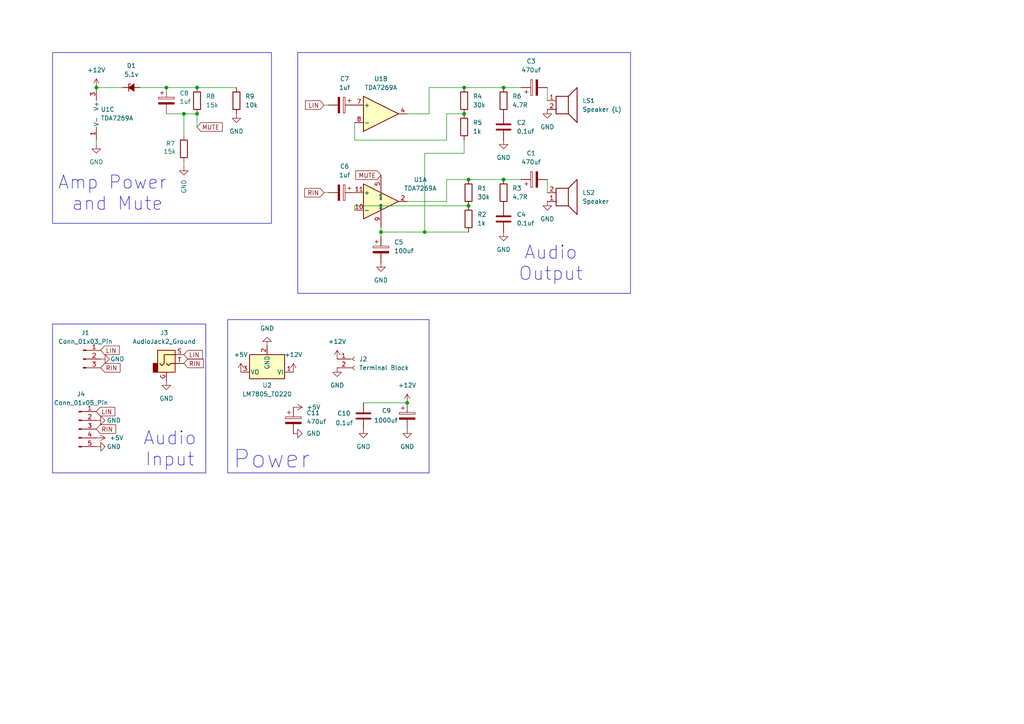
<source format=kicad_sch>
(kicad_sch
	(version 20231120)
	(generator "eeschema")
	(generator_version "8.0")
	(uuid "58fc06fb-b3f7-4731-9591-afe73d5617c1")
	(paper "A4")
	(lib_symbols
		(symbol "Amplifier_Audio:TDA7269A"
			(pin_names
				(offset 0.127)
			)
			(exclude_from_sim no)
			(in_bom yes)
			(on_board yes)
			(property "Reference" "U"
				(at 2.54 6.35 0)
				(effects
					(font
						(size 1.27 1.27)
					)
				)
			)
			(property "Value" "TDA7269A"
				(at 5.08 3.81 0)
				(effects
					(font
						(size 1.27 1.27)
					)
				)
			)
			(property "Footprint" "Package_TO_SOT_THT:TO-220-11_P3.4x5.08mm_StaggerOdd_Lead4.85mm_Vertical"
				(at 0 0 0)
				(effects
					(font
						(size 1.27 1.27)
						(italic yes)
					)
					(hide yes)
				)
			)
			(property "Datasheet" "http://www.st.com/resource/en/datasheet/tda7269a.pdf"
				(at 0 0 0)
				(effects
					(font
						(size 1.27 1.27)
					)
					(hide yes)
				)
			)
			(property "Description" "14W+14W Stereo Amplifier with Mute & St-by, TO-220-11"
				(at 0 0 0)
				(effects
					(font
						(size 1.27 1.27)
					)
					(hide yes)
				)
			)
			(property "ki_locked" ""
				(at 0 0 0)
				(effects
					(font
						(size 1.27 1.27)
					)
				)
			)
			(property "ki_keywords" "audio amplfier 2ch"
				(at 0 0 0)
				(effects
					(font
						(size 1.27 1.27)
					)
					(hide yes)
				)
			)
			(property "ki_fp_filters" "TO?220*StaggerOdd*"
				(at 0 0 0)
				(effects
					(font
						(size 1.27 1.27)
					)
					(hide yes)
				)
			)
			(symbol "TDA7269A_1_1"
				(polyline
					(pts
						(xy 5.08 0) (xy -5.08 5.08) (xy -5.08 -5.08) (xy 5.08 0)
					)
					(stroke
						(width 0.254)
						(type default)
					)
					(fill
						(type background)
					)
				)
				(pin input line
					(at -7.62 -2.54 0)
					(length 2.54)
					(name "-"
						(effects
							(font
								(size 1.27 1.27)
							)
						)
					)
					(number "10"
						(effects
							(font
								(size 1.27 1.27)
							)
						)
					)
				)
				(pin input line
					(at -7.62 2.54 0)
					(length 2.54)
					(name "+"
						(effects
							(font
								(size 1.27 1.27)
							)
						)
					)
					(number "11"
						(effects
							(font
								(size 1.27 1.27)
							)
						)
					)
				)
				(pin output line
					(at 7.62 0 180)
					(length 2.54)
					(name "~"
						(effects
							(font
								(size 1.27 1.27)
							)
						)
					)
					(number "2"
						(effects
							(font
								(size 1.27 1.27)
							)
						)
					)
				)
				(pin input line
					(at 0 7.62 270)
					(length 5.08)
					(name "MUTE"
						(effects
							(font
								(size 0.508 0.508)
							)
						)
					)
					(number "5"
						(effects
							(font
								(size 1.27 1.27)
							)
						)
					)
				)
				(pin power_in line
					(at 0 -7.62 90)
					(length 5.08)
					(name "GND"
						(effects
							(font
								(size 0.508 0.508)
							)
						)
					)
					(number "9"
						(effects
							(font
								(size 1.27 1.27)
							)
						)
					)
				)
			)
			(symbol "TDA7269A_2_1"
				(polyline
					(pts
						(xy 5.08 0) (xy -5.08 5.08) (xy -5.08 -5.08) (xy 5.08 0)
					)
					(stroke
						(width 0.254)
						(type default)
					)
					(fill
						(type background)
					)
				)
				(pin output line
					(at 7.62 0 180)
					(length 2.54)
					(name "~"
						(effects
							(font
								(size 1.27 1.27)
							)
						)
					)
					(number "4"
						(effects
							(font
								(size 1.27 1.27)
							)
						)
					)
				)
				(pin input line
					(at -7.62 2.54 0)
					(length 2.54)
					(name "+"
						(effects
							(font
								(size 1.27 1.27)
							)
						)
					)
					(number "7"
						(effects
							(font
								(size 1.27 1.27)
							)
						)
					)
				)
				(pin input line
					(at -7.62 -2.54 0)
					(length 2.54)
					(name "-"
						(effects
							(font
								(size 1.27 1.27)
							)
						)
					)
					(number "8"
						(effects
							(font
								(size 1.27 1.27)
							)
						)
					)
				)
			)
			(symbol "TDA7269A_3_1"
				(pin power_in line
					(at -2.54 -7.62 90)
					(length 3.81)
					(name "V-"
						(effects
							(font
								(size 1.27 1.27)
							)
						)
					)
					(number "1"
						(effects
							(font
								(size 1.27 1.27)
							)
						)
					)
				)
				(pin power_in line
					(at -2.54 7.62 270)
					(length 3.81)
					(name "V+"
						(effects
							(font
								(size 1.27 1.27)
							)
						)
					)
					(number "3"
						(effects
							(font
								(size 1.27 1.27)
							)
						)
					)
				)
				(pin passive line
					(at -2.54 -7.62 90)
					(length 3.81) hide
					(name "V-"
						(effects
							(font
								(size 1.27 1.27)
							)
						)
					)
					(number "6"
						(effects
							(font
								(size 1.27 1.27)
							)
						)
					)
				)
			)
		)
		(symbol "Connector:Conn_01x02_Socket"
			(pin_names
				(offset 1.016) hide)
			(exclude_from_sim no)
			(in_bom yes)
			(on_board yes)
			(property "Reference" "J"
				(at 0 2.54 0)
				(effects
					(font
						(size 1.27 1.27)
					)
				)
			)
			(property "Value" "Conn_01x02_Socket"
				(at 0 -5.08 0)
				(effects
					(font
						(size 1.27 1.27)
					)
				)
			)
			(property "Footprint" ""
				(at 0 0 0)
				(effects
					(font
						(size 1.27 1.27)
					)
					(hide yes)
				)
			)
			(property "Datasheet" "~"
				(at 0 0 0)
				(effects
					(font
						(size 1.27 1.27)
					)
					(hide yes)
				)
			)
			(property "Description" "Generic connector, single row, 01x02, script generated"
				(at 0 0 0)
				(effects
					(font
						(size 1.27 1.27)
					)
					(hide yes)
				)
			)
			(property "ki_locked" ""
				(at 0 0 0)
				(effects
					(font
						(size 1.27 1.27)
					)
				)
			)
			(property "ki_keywords" "connector"
				(at 0 0 0)
				(effects
					(font
						(size 1.27 1.27)
					)
					(hide yes)
				)
			)
			(property "ki_fp_filters" "Connector*:*_1x??_*"
				(at 0 0 0)
				(effects
					(font
						(size 1.27 1.27)
					)
					(hide yes)
				)
			)
			(symbol "Conn_01x02_Socket_1_1"
				(arc
					(start 0 -2.032)
					(mid -0.5058 -2.54)
					(end 0 -3.048)
					(stroke
						(width 0.1524)
						(type default)
					)
					(fill
						(type none)
					)
				)
				(polyline
					(pts
						(xy -1.27 -2.54) (xy -0.508 -2.54)
					)
					(stroke
						(width 0.1524)
						(type default)
					)
					(fill
						(type none)
					)
				)
				(polyline
					(pts
						(xy -1.27 0) (xy -0.508 0)
					)
					(stroke
						(width 0.1524)
						(type default)
					)
					(fill
						(type none)
					)
				)
				(arc
					(start 0 0.508)
					(mid -0.5058 0)
					(end 0 -0.508)
					(stroke
						(width 0.1524)
						(type default)
					)
					(fill
						(type none)
					)
				)
				(pin passive line
					(at -5.08 0 0)
					(length 3.81)
					(name "Pin_1"
						(effects
							(font
								(size 1.27 1.27)
							)
						)
					)
					(number "1"
						(effects
							(font
								(size 1.27 1.27)
							)
						)
					)
				)
				(pin passive line
					(at -5.08 -2.54 0)
					(length 3.81)
					(name "Pin_2"
						(effects
							(font
								(size 1.27 1.27)
							)
						)
					)
					(number "2"
						(effects
							(font
								(size 1.27 1.27)
							)
						)
					)
				)
			)
		)
		(symbol "Connector:Conn_01x03_Pin"
			(pin_names
				(offset 1.016) hide)
			(exclude_from_sim no)
			(in_bom yes)
			(on_board yes)
			(property "Reference" "J"
				(at 0 5.08 0)
				(effects
					(font
						(size 1.27 1.27)
					)
				)
			)
			(property "Value" "Conn_01x03_Pin"
				(at 0 -5.08 0)
				(effects
					(font
						(size 1.27 1.27)
					)
				)
			)
			(property "Footprint" ""
				(at 0 0 0)
				(effects
					(font
						(size 1.27 1.27)
					)
					(hide yes)
				)
			)
			(property "Datasheet" "~"
				(at 0 0 0)
				(effects
					(font
						(size 1.27 1.27)
					)
					(hide yes)
				)
			)
			(property "Description" "Generic connector, single row, 01x03, script generated"
				(at 0 0 0)
				(effects
					(font
						(size 1.27 1.27)
					)
					(hide yes)
				)
			)
			(property "ki_locked" ""
				(at 0 0 0)
				(effects
					(font
						(size 1.27 1.27)
					)
				)
			)
			(property "ki_keywords" "connector"
				(at 0 0 0)
				(effects
					(font
						(size 1.27 1.27)
					)
					(hide yes)
				)
			)
			(property "ki_fp_filters" "Connector*:*_1x??_*"
				(at 0 0 0)
				(effects
					(font
						(size 1.27 1.27)
					)
					(hide yes)
				)
			)
			(symbol "Conn_01x03_Pin_1_1"
				(polyline
					(pts
						(xy 1.27 -2.54) (xy 0.8636 -2.54)
					)
					(stroke
						(width 0.1524)
						(type default)
					)
					(fill
						(type none)
					)
				)
				(polyline
					(pts
						(xy 1.27 0) (xy 0.8636 0)
					)
					(stroke
						(width 0.1524)
						(type default)
					)
					(fill
						(type none)
					)
				)
				(polyline
					(pts
						(xy 1.27 2.54) (xy 0.8636 2.54)
					)
					(stroke
						(width 0.1524)
						(type default)
					)
					(fill
						(type none)
					)
				)
				(rectangle
					(start 0.8636 -2.413)
					(end 0 -2.667)
					(stroke
						(width 0.1524)
						(type default)
					)
					(fill
						(type outline)
					)
				)
				(rectangle
					(start 0.8636 0.127)
					(end 0 -0.127)
					(stroke
						(width 0.1524)
						(type default)
					)
					(fill
						(type outline)
					)
				)
				(rectangle
					(start 0.8636 2.667)
					(end 0 2.413)
					(stroke
						(width 0.1524)
						(type default)
					)
					(fill
						(type outline)
					)
				)
				(pin passive line
					(at 5.08 2.54 180)
					(length 3.81)
					(name "Pin_1"
						(effects
							(font
								(size 1.27 1.27)
							)
						)
					)
					(number "1"
						(effects
							(font
								(size 1.27 1.27)
							)
						)
					)
				)
				(pin passive line
					(at 5.08 0 180)
					(length 3.81)
					(name "Pin_2"
						(effects
							(font
								(size 1.27 1.27)
							)
						)
					)
					(number "2"
						(effects
							(font
								(size 1.27 1.27)
							)
						)
					)
				)
				(pin passive line
					(at 5.08 -2.54 180)
					(length 3.81)
					(name "Pin_3"
						(effects
							(font
								(size 1.27 1.27)
							)
						)
					)
					(number "3"
						(effects
							(font
								(size 1.27 1.27)
							)
						)
					)
				)
			)
		)
		(symbol "Connector:Conn_01x05_Pin"
			(pin_names
				(offset 1.016) hide)
			(exclude_from_sim no)
			(in_bom yes)
			(on_board yes)
			(property "Reference" "J"
				(at 0 7.62 0)
				(effects
					(font
						(size 1.27 1.27)
					)
				)
			)
			(property "Value" "Conn_01x05_Pin"
				(at 0 -7.62 0)
				(effects
					(font
						(size 1.27 1.27)
					)
				)
			)
			(property "Footprint" ""
				(at 0 0 0)
				(effects
					(font
						(size 1.27 1.27)
					)
					(hide yes)
				)
			)
			(property "Datasheet" "~"
				(at 0 0 0)
				(effects
					(font
						(size 1.27 1.27)
					)
					(hide yes)
				)
			)
			(property "Description" "Generic connector, single row, 01x05, script generated"
				(at 0 0 0)
				(effects
					(font
						(size 1.27 1.27)
					)
					(hide yes)
				)
			)
			(property "ki_locked" ""
				(at 0 0 0)
				(effects
					(font
						(size 1.27 1.27)
					)
				)
			)
			(property "ki_keywords" "connector"
				(at 0 0 0)
				(effects
					(font
						(size 1.27 1.27)
					)
					(hide yes)
				)
			)
			(property "ki_fp_filters" "Connector*:*_1x??_*"
				(at 0 0 0)
				(effects
					(font
						(size 1.27 1.27)
					)
					(hide yes)
				)
			)
			(symbol "Conn_01x05_Pin_1_1"
				(polyline
					(pts
						(xy 1.27 -5.08) (xy 0.8636 -5.08)
					)
					(stroke
						(width 0.1524)
						(type default)
					)
					(fill
						(type none)
					)
				)
				(polyline
					(pts
						(xy 1.27 -2.54) (xy 0.8636 -2.54)
					)
					(stroke
						(width 0.1524)
						(type default)
					)
					(fill
						(type none)
					)
				)
				(polyline
					(pts
						(xy 1.27 0) (xy 0.8636 0)
					)
					(stroke
						(width 0.1524)
						(type default)
					)
					(fill
						(type none)
					)
				)
				(polyline
					(pts
						(xy 1.27 2.54) (xy 0.8636 2.54)
					)
					(stroke
						(width 0.1524)
						(type default)
					)
					(fill
						(type none)
					)
				)
				(polyline
					(pts
						(xy 1.27 5.08) (xy 0.8636 5.08)
					)
					(stroke
						(width 0.1524)
						(type default)
					)
					(fill
						(type none)
					)
				)
				(rectangle
					(start 0.8636 -4.953)
					(end 0 -5.207)
					(stroke
						(width 0.1524)
						(type default)
					)
					(fill
						(type outline)
					)
				)
				(rectangle
					(start 0.8636 -2.413)
					(end 0 -2.667)
					(stroke
						(width 0.1524)
						(type default)
					)
					(fill
						(type outline)
					)
				)
				(rectangle
					(start 0.8636 0.127)
					(end 0 -0.127)
					(stroke
						(width 0.1524)
						(type default)
					)
					(fill
						(type outline)
					)
				)
				(rectangle
					(start 0.8636 2.667)
					(end 0 2.413)
					(stroke
						(width 0.1524)
						(type default)
					)
					(fill
						(type outline)
					)
				)
				(rectangle
					(start 0.8636 5.207)
					(end 0 4.953)
					(stroke
						(width 0.1524)
						(type default)
					)
					(fill
						(type outline)
					)
				)
				(pin passive line
					(at 5.08 5.08 180)
					(length 3.81)
					(name "Pin_1"
						(effects
							(font
								(size 1.27 1.27)
							)
						)
					)
					(number "1"
						(effects
							(font
								(size 1.27 1.27)
							)
						)
					)
				)
				(pin passive line
					(at 5.08 2.54 180)
					(length 3.81)
					(name "Pin_2"
						(effects
							(font
								(size 1.27 1.27)
							)
						)
					)
					(number "2"
						(effects
							(font
								(size 1.27 1.27)
							)
						)
					)
				)
				(pin passive line
					(at 5.08 0 180)
					(length 3.81)
					(name "Pin_3"
						(effects
							(font
								(size 1.27 1.27)
							)
						)
					)
					(number "3"
						(effects
							(font
								(size 1.27 1.27)
							)
						)
					)
				)
				(pin passive line
					(at 5.08 -2.54 180)
					(length 3.81)
					(name "Pin_4"
						(effects
							(font
								(size 1.27 1.27)
							)
						)
					)
					(number "4"
						(effects
							(font
								(size 1.27 1.27)
							)
						)
					)
				)
				(pin passive line
					(at 5.08 -5.08 180)
					(length 3.81)
					(name "Pin_5"
						(effects
							(font
								(size 1.27 1.27)
							)
						)
					)
					(number "5"
						(effects
							(font
								(size 1.27 1.27)
							)
						)
					)
				)
			)
		)
		(symbol "Connector_Audio:AudioJack2_Ground"
			(exclude_from_sim no)
			(in_bom yes)
			(on_board yes)
			(property "Reference" "J"
				(at 0 8.89 0)
				(effects
					(font
						(size 1.27 1.27)
					)
				)
			)
			(property "Value" "AudioJack2_Ground"
				(at 0 6.35 0)
				(effects
					(font
						(size 1.27 1.27)
					)
				)
			)
			(property "Footprint" ""
				(at 0 0 0)
				(effects
					(font
						(size 1.27 1.27)
					)
					(hide yes)
				)
			)
			(property "Datasheet" "~"
				(at 0 0 0)
				(effects
					(font
						(size 1.27 1.27)
					)
					(hide yes)
				)
			)
			(property "Description" "Audio Jack, 2 Poles (Mono / TS), Grounded Sleeve"
				(at 0 0 0)
				(effects
					(font
						(size 1.27 1.27)
					)
					(hide yes)
				)
			)
			(property "ki_keywords" "audio jack receptacle mono phone headphone TS connector"
				(at 0 0 0)
				(effects
					(font
						(size 1.27 1.27)
					)
					(hide yes)
				)
			)
			(property "ki_fp_filters" "Jack*"
				(at 0 0 0)
				(effects
					(font
						(size 1.27 1.27)
					)
					(hide yes)
				)
			)
			(symbol "AudioJack2_Ground_0_1"
				(rectangle
					(start -2.54 -2.54)
					(end -3.81 0)
					(stroke
						(width 0.254)
						(type default)
					)
					(fill
						(type outline)
					)
				)
				(polyline
					(pts
						(xy 0 0) (xy 0.635 -0.635) (xy 1.27 0) (xy 2.54 0)
					)
					(stroke
						(width 0.254)
						(type default)
					)
					(fill
						(type none)
					)
				)
				(polyline
					(pts
						(xy 2.54 2.54) (xy -0.635 2.54) (xy -0.635 0) (xy -1.27 -0.635) (xy -1.905 0)
					)
					(stroke
						(width 0.254)
						(type default)
					)
					(fill
						(type none)
					)
				)
				(rectangle
					(start 2.54 3.81)
					(end -2.54 -2.54)
					(stroke
						(width 0.254)
						(type default)
					)
					(fill
						(type background)
					)
				)
			)
			(symbol "AudioJack2_Ground_1_1"
				(pin passive line
					(at 0 -5.08 90)
					(length 2.54)
					(name "~"
						(effects
							(font
								(size 1.27 1.27)
							)
						)
					)
					(number "G"
						(effects
							(font
								(size 1.27 1.27)
							)
						)
					)
				)
				(pin passive line
					(at 5.08 2.54 180)
					(length 2.54)
					(name "~"
						(effects
							(font
								(size 1.27 1.27)
							)
						)
					)
					(number "S"
						(effects
							(font
								(size 1.27 1.27)
							)
						)
					)
				)
				(pin passive line
					(at 5.08 0 180)
					(length 2.54)
					(name "~"
						(effects
							(font
								(size 1.27 1.27)
							)
						)
					)
					(number "T"
						(effects
							(font
								(size 1.27 1.27)
							)
						)
					)
				)
			)
		)
		(symbol "Device:C"
			(pin_numbers hide)
			(pin_names
				(offset 0.254)
			)
			(exclude_from_sim no)
			(in_bom yes)
			(on_board yes)
			(property "Reference" "C"
				(at 0.635 2.54 0)
				(effects
					(font
						(size 1.27 1.27)
					)
					(justify left)
				)
			)
			(property "Value" "C"
				(at 0.635 -2.54 0)
				(effects
					(font
						(size 1.27 1.27)
					)
					(justify left)
				)
			)
			(property "Footprint" ""
				(at 0.9652 -3.81 0)
				(effects
					(font
						(size 1.27 1.27)
					)
					(hide yes)
				)
			)
			(property "Datasheet" "~"
				(at 0 0 0)
				(effects
					(font
						(size 1.27 1.27)
					)
					(hide yes)
				)
			)
			(property "Description" "Unpolarized capacitor"
				(at 0 0 0)
				(effects
					(font
						(size 1.27 1.27)
					)
					(hide yes)
				)
			)
			(property "ki_keywords" "cap capacitor"
				(at 0 0 0)
				(effects
					(font
						(size 1.27 1.27)
					)
					(hide yes)
				)
			)
			(property "ki_fp_filters" "C_*"
				(at 0 0 0)
				(effects
					(font
						(size 1.27 1.27)
					)
					(hide yes)
				)
			)
			(symbol "C_0_1"
				(polyline
					(pts
						(xy -2.032 -0.762) (xy 2.032 -0.762)
					)
					(stroke
						(width 0.508)
						(type default)
					)
					(fill
						(type none)
					)
				)
				(polyline
					(pts
						(xy -2.032 0.762) (xy 2.032 0.762)
					)
					(stroke
						(width 0.508)
						(type default)
					)
					(fill
						(type none)
					)
				)
			)
			(symbol "C_1_1"
				(pin passive line
					(at 0 3.81 270)
					(length 2.794)
					(name "~"
						(effects
							(font
								(size 1.27 1.27)
							)
						)
					)
					(number "1"
						(effects
							(font
								(size 1.27 1.27)
							)
						)
					)
				)
				(pin passive line
					(at 0 -3.81 90)
					(length 2.794)
					(name "~"
						(effects
							(font
								(size 1.27 1.27)
							)
						)
					)
					(number "2"
						(effects
							(font
								(size 1.27 1.27)
							)
						)
					)
				)
			)
		)
		(symbol "Device:C_Polarized"
			(pin_numbers hide)
			(pin_names
				(offset 0.254)
			)
			(exclude_from_sim no)
			(in_bom yes)
			(on_board yes)
			(property "Reference" "C"
				(at 0.635 2.54 0)
				(effects
					(font
						(size 1.27 1.27)
					)
					(justify left)
				)
			)
			(property "Value" "C_Polarized"
				(at 0.635 -2.54 0)
				(effects
					(font
						(size 1.27 1.27)
					)
					(justify left)
				)
			)
			(property "Footprint" ""
				(at 0.9652 -3.81 0)
				(effects
					(font
						(size 1.27 1.27)
					)
					(hide yes)
				)
			)
			(property "Datasheet" "~"
				(at 0 0 0)
				(effects
					(font
						(size 1.27 1.27)
					)
					(hide yes)
				)
			)
			(property "Description" "Polarized capacitor"
				(at 0 0 0)
				(effects
					(font
						(size 1.27 1.27)
					)
					(hide yes)
				)
			)
			(property "ki_keywords" "cap capacitor"
				(at 0 0 0)
				(effects
					(font
						(size 1.27 1.27)
					)
					(hide yes)
				)
			)
			(property "ki_fp_filters" "CP_*"
				(at 0 0 0)
				(effects
					(font
						(size 1.27 1.27)
					)
					(hide yes)
				)
			)
			(symbol "C_Polarized_0_1"
				(rectangle
					(start -2.286 0.508)
					(end 2.286 1.016)
					(stroke
						(width 0)
						(type default)
					)
					(fill
						(type none)
					)
				)
				(polyline
					(pts
						(xy -1.778 2.286) (xy -0.762 2.286)
					)
					(stroke
						(width 0)
						(type default)
					)
					(fill
						(type none)
					)
				)
				(polyline
					(pts
						(xy -1.27 2.794) (xy -1.27 1.778)
					)
					(stroke
						(width 0)
						(type default)
					)
					(fill
						(type none)
					)
				)
				(rectangle
					(start 2.286 -0.508)
					(end -2.286 -1.016)
					(stroke
						(width 0)
						(type default)
					)
					(fill
						(type outline)
					)
				)
			)
			(symbol "C_Polarized_1_1"
				(pin passive line
					(at 0 3.81 270)
					(length 2.794)
					(name "~"
						(effects
							(font
								(size 1.27 1.27)
							)
						)
					)
					(number "1"
						(effects
							(font
								(size 1.27 1.27)
							)
						)
					)
				)
				(pin passive line
					(at 0 -3.81 90)
					(length 2.794)
					(name "~"
						(effects
							(font
								(size 1.27 1.27)
							)
						)
					)
					(number "2"
						(effects
							(font
								(size 1.27 1.27)
							)
						)
					)
				)
			)
		)
		(symbol "Device:D_Zener_Small_Filled"
			(pin_numbers hide)
			(pin_names
				(offset 0.254) hide)
			(exclude_from_sim no)
			(in_bom yes)
			(on_board yes)
			(property "Reference" "D"
				(at 0 2.286 0)
				(effects
					(font
						(size 1.27 1.27)
					)
				)
			)
			(property "Value" "D_Zener_Small_Filled"
				(at 0 -2.286 0)
				(effects
					(font
						(size 1.27 1.27)
					)
				)
			)
			(property "Footprint" ""
				(at 0 0 90)
				(effects
					(font
						(size 1.27 1.27)
					)
					(hide yes)
				)
			)
			(property "Datasheet" "~"
				(at 0 0 90)
				(effects
					(font
						(size 1.27 1.27)
					)
					(hide yes)
				)
			)
			(property "Description" "Zener diode, small symbol, filled shape"
				(at 0 0 0)
				(effects
					(font
						(size 1.27 1.27)
					)
					(hide yes)
				)
			)
			(property "ki_keywords" "diode"
				(at 0 0 0)
				(effects
					(font
						(size 1.27 1.27)
					)
					(hide yes)
				)
			)
			(property "ki_fp_filters" "TO-???* *_Diode_* *SingleDiode* D_*"
				(at 0 0 0)
				(effects
					(font
						(size 1.27 1.27)
					)
					(hide yes)
				)
			)
			(symbol "D_Zener_Small_Filled_0_1"
				(polyline
					(pts
						(xy 0.762 0) (xy -0.762 0)
					)
					(stroke
						(width 0)
						(type default)
					)
					(fill
						(type none)
					)
				)
				(polyline
					(pts
						(xy -0.254 1.016) (xy -0.762 1.016) (xy -0.762 -1.016)
					)
					(stroke
						(width 0.254)
						(type default)
					)
					(fill
						(type none)
					)
				)
				(polyline
					(pts
						(xy 0.762 1.016) (xy -0.762 0) (xy 0.762 -1.016) (xy 0.762 1.016)
					)
					(stroke
						(width 0.254)
						(type default)
					)
					(fill
						(type outline)
					)
				)
			)
			(symbol "D_Zener_Small_Filled_1_1"
				(pin passive line
					(at -2.54 0 0)
					(length 1.778)
					(name "K"
						(effects
							(font
								(size 1.27 1.27)
							)
						)
					)
					(number "1"
						(effects
							(font
								(size 1.27 1.27)
							)
						)
					)
				)
				(pin passive line
					(at 2.54 0 180)
					(length 1.778)
					(name "A"
						(effects
							(font
								(size 1.27 1.27)
							)
						)
					)
					(number "2"
						(effects
							(font
								(size 1.27 1.27)
							)
						)
					)
				)
			)
		)
		(symbol "Device:R"
			(pin_numbers hide)
			(pin_names
				(offset 0)
			)
			(exclude_from_sim no)
			(in_bom yes)
			(on_board yes)
			(property "Reference" "R"
				(at 2.032 0 90)
				(effects
					(font
						(size 1.27 1.27)
					)
				)
			)
			(property "Value" "R"
				(at 0 0 90)
				(effects
					(font
						(size 1.27 1.27)
					)
				)
			)
			(property "Footprint" ""
				(at -1.778 0 90)
				(effects
					(font
						(size 1.27 1.27)
					)
					(hide yes)
				)
			)
			(property "Datasheet" "~"
				(at 0 0 0)
				(effects
					(font
						(size 1.27 1.27)
					)
					(hide yes)
				)
			)
			(property "Description" "Resistor"
				(at 0 0 0)
				(effects
					(font
						(size 1.27 1.27)
					)
					(hide yes)
				)
			)
			(property "ki_keywords" "R res resistor"
				(at 0 0 0)
				(effects
					(font
						(size 1.27 1.27)
					)
					(hide yes)
				)
			)
			(property "ki_fp_filters" "R_*"
				(at 0 0 0)
				(effects
					(font
						(size 1.27 1.27)
					)
					(hide yes)
				)
			)
			(symbol "R_0_1"
				(rectangle
					(start -1.016 -2.54)
					(end 1.016 2.54)
					(stroke
						(width 0.254)
						(type default)
					)
					(fill
						(type none)
					)
				)
			)
			(symbol "R_1_1"
				(pin passive line
					(at 0 3.81 270)
					(length 1.27)
					(name "~"
						(effects
							(font
								(size 1.27 1.27)
							)
						)
					)
					(number "1"
						(effects
							(font
								(size 1.27 1.27)
							)
						)
					)
				)
				(pin passive line
					(at 0 -3.81 90)
					(length 1.27)
					(name "~"
						(effects
							(font
								(size 1.27 1.27)
							)
						)
					)
					(number "2"
						(effects
							(font
								(size 1.27 1.27)
							)
						)
					)
				)
			)
		)
		(symbol "Device:Speaker"
			(pin_names
				(offset 0) hide)
			(exclude_from_sim no)
			(in_bom yes)
			(on_board yes)
			(property "Reference" "LS"
				(at 1.27 5.715 0)
				(effects
					(font
						(size 1.27 1.27)
					)
					(justify right)
				)
			)
			(property "Value" "Speaker"
				(at 1.27 3.81 0)
				(effects
					(font
						(size 1.27 1.27)
					)
					(justify right)
				)
			)
			(property "Footprint" ""
				(at 0 -5.08 0)
				(effects
					(font
						(size 1.27 1.27)
					)
					(hide yes)
				)
			)
			(property "Datasheet" "~"
				(at -0.254 -1.27 0)
				(effects
					(font
						(size 1.27 1.27)
					)
					(hide yes)
				)
			)
			(property "Description" "Speaker"
				(at 0 0 0)
				(effects
					(font
						(size 1.27 1.27)
					)
					(hide yes)
				)
			)
			(property "ki_keywords" "speaker sound"
				(at 0 0 0)
				(effects
					(font
						(size 1.27 1.27)
					)
					(hide yes)
				)
			)
			(symbol "Speaker_0_0"
				(rectangle
					(start -2.54 1.27)
					(end 1.016 -3.81)
					(stroke
						(width 0.254)
						(type default)
					)
					(fill
						(type none)
					)
				)
				(polyline
					(pts
						(xy 1.016 1.27) (xy 3.556 3.81) (xy 3.556 -6.35) (xy 1.016 -3.81)
					)
					(stroke
						(width 0.254)
						(type default)
					)
					(fill
						(type none)
					)
				)
			)
			(symbol "Speaker_1_1"
				(pin input line
					(at -5.08 0 0)
					(length 2.54)
					(name "1"
						(effects
							(font
								(size 1.27 1.27)
							)
						)
					)
					(number "1"
						(effects
							(font
								(size 1.27 1.27)
							)
						)
					)
				)
				(pin input line
					(at -5.08 -2.54 0)
					(length 2.54)
					(name "2"
						(effects
							(font
								(size 1.27 1.27)
							)
						)
					)
					(number "2"
						(effects
							(font
								(size 1.27 1.27)
							)
						)
					)
				)
			)
		)
		(symbol "Regulator_Linear:LM7805_TO220"
			(pin_names
				(offset 0.254)
			)
			(exclude_from_sim no)
			(in_bom yes)
			(on_board yes)
			(property "Reference" "U"
				(at -3.81 3.175 0)
				(effects
					(font
						(size 1.27 1.27)
					)
				)
			)
			(property "Value" "LM7805_TO220"
				(at 0 3.175 0)
				(effects
					(font
						(size 1.27 1.27)
					)
					(justify left)
				)
			)
			(property "Footprint" "Package_TO_SOT_THT:TO-220-3_Vertical"
				(at 0 5.715 0)
				(effects
					(font
						(size 1.27 1.27)
						(italic yes)
					)
					(hide yes)
				)
			)
			(property "Datasheet" "https://www.onsemi.cn/PowerSolutions/document/MC7800-D.PDF"
				(at 0 -1.27 0)
				(effects
					(font
						(size 1.27 1.27)
					)
					(hide yes)
				)
			)
			(property "Description" "Positive 1A 35V Linear Regulator, Fixed Output 5V, TO-220"
				(at 0 0 0)
				(effects
					(font
						(size 1.27 1.27)
					)
					(hide yes)
				)
			)
			(property "ki_keywords" "Voltage Regulator 1A Positive"
				(at 0 0 0)
				(effects
					(font
						(size 1.27 1.27)
					)
					(hide yes)
				)
			)
			(property "ki_fp_filters" "TO?220*"
				(at 0 0 0)
				(effects
					(font
						(size 1.27 1.27)
					)
					(hide yes)
				)
			)
			(symbol "LM7805_TO220_0_1"
				(rectangle
					(start -5.08 1.905)
					(end 5.08 -5.08)
					(stroke
						(width 0.254)
						(type default)
					)
					(fill
						(type background)
					)
				)
			)
			(symbol "LM7805_TO220_1_1"
				(pin power_in line
					(at -7.62 0 0)
					(length 2.54)
					(name "VI"
						(effects
							(font
								(size 1.27 1.27)
							)
						)
					)
					(number "1"
						(effects
							(font
								(size 1.27 1.27)
							)
						)
					)
				)
				(pin power_in line
					(at 0 -7.62 90)
					(length 2.54)
					(name "GND"
						(effects
							(font
								(size 1.27 1.27)
							)
						)
					)
					(number "2"
						(effects
							(font
								(size 1.27 1.27)
							)
						)
					)
				)
				(pin power_out line
					(at 7.62 0 180)
					(length 2.54)
					(name "VO"
						(effects
							(font
								(size 1.27 1.27)
							)
						)
					)
					(number "3"
						(effects
							(font
								(size 1.27 1.27)
							)
						)
					)
				)
			)
		)
		(symbol "Speaker_1"
			(pin_names
				(offset 0) hide)
			(exclude_from_sim no)
			(in_bom yes)
			(on_board yes)
			(property "Reference" "LS2"
				(at 5.08 0.0001 0)
				(effects
					(font
						(size 1.27 1.27)
					)
					(justify left)
				)
			)
			(property "Value" "Speaker"
				(at 5.08 -2.5399 0)
				(effects
					(font
						(size 1.27 1.27)
					)
					(justify left)
				)
			)
			(property "Footprint" "TerminalBlock_Phoenix:TerminalBlock_Phoenix_MKDS-1,5-2-5.08_1x02_P5.08mm_Horizontal"
				(at 0 -5.08 0)
				(effects
					(font
						(size 1.27 1.27)
					)
					(hide yes)
				)
			)
			(property "Datasheet" "~"
				(at -0.254 -1.27 0)
				(effects
					(font
						(size 1.27 1.27)
					)
					(hide yes)
				)
			)
			(property "Description" "Speaker"
				(at 0 0 0)
				(effects
					(font
						(size 1.27 1.27)
					)
					(hide yes)
				)
			)
			(property "ki_keywords" "speaker sound"
				(at 0 0 0)
				(effects
					(font
						(size 1.27 1.27)
					)
					(hide yes)
				)
			)
			(symbol "Speaker_1_0_0"
				(rectangle
					(start -2.54 1.27)
					(end 1.016 -3.81)
					(stroke
						(width 0.254)
						(type default)
					)
					(fill
						(type none)
					)
				)
				(polyline
					(pts
						(xy 1.016 1.27) (xy 3.556 3.81) (xy 3.556 -6.35) (xy 1.016 -3.81)
					)
					(stroke
						(width 0.254)
						(type default)
					)
					(fill
						(type none)
					)
				)
			)
			(symbol "Speaker_1_1_1"
				(pin input line
					(at -5.08 -2.54 0)
					(length 2.54)
					(name "1"
						(effects
							(font
								(size 1.27 1.27)
							)
						)
					)
					(number "1"
						(effects
							(font
								(size 1.27 1.27)
							)
						)
					)
				)
				(pin input line
					(at -5.08 0 0)
					(length 2.54)
					(name "2"
						(effects
							(font
								(size 1.27 1.27)
							)
						)
					)
					(number "2"
						(effects
							(font
								(size 1.27 1.27)
							)
						)
					)
				)
			)
		)
		(symbol "power:+12V"
			(power)
			(pin_numbers hide)
			(pin_names
				(offset 0) hide)
			(exclude_from_sim no)
			(in_bom yes)
			(on_board yes)
			(property "Reference" "#PWR"
				(at 0 -3.81 0)
				(effects
					(font
						(size 1.27 1.27)
					)
					(hide yes)
				)
			)
			(property "Value" "+12V"
				(at 0 3.556 0)
				(effects
					(font
						(size 1.27 1.27)
					)
				)
			)
			(property "Footprint" ""
				(at 0 0 0)
				(effects
					(font
						(size 1.27 1.27)
					)
					(hide yes)
				)
			)
			(property "Datasheet" ""
				(at 0 0 0)
				(effects
					(font
						(size 1.27 1.27)
					)
					(hide yes)
				)
			)
			(property "Description" "Power symbol creates a global label with name \"+12V\""
				(at 0 0 0)
				(effects
					(font
						(size 1.27 1.27)
					)
					(hide yes)
				)
			)
			(property "ki_keywords" "global power"
				(at 0 0 0)
				(effects
					(font
						(size 1.27 1.27)
					)
					(hide yes)
				)
			)
			(symbol "+12V_0_1"
				(polyline
					(pts
						(xy -0.762 1.27) (xy 0 2.54)
					)
					(stroke
						(width 0)
						(type default)
					)
					(fill
						(type none)
					)
				)
				(polyline
					(pts
						(xy 0 0) (xy 0 2.54)
					)
					(stroke
						(width 0)
						(type default)
					)
					(fill
						(type none)
					)
				)
				(polyline
					(pts
						(xy 0 2.54) (xy 0.762 1.27)
					)
					(stroke
						(width 0)
						(type default)
					)
					(fill
						(type none)
					)
				)
			)
			(symbol "+12V_1_1"
				(pin power_in line
					(at 0 0 90)
					(length 0)
					(name "~"
						(effects
							(font
								(size 1.27 1.27)
							)
						)
					)
					(number "1"
						(effects
							(font
								(size 1.27 1.27)
							)
						)
					)
				)
			)
		)
		(symbol "power:+5V"
			(power)
			(pin_numbers hide)
			(pin_names
				(offset 0) hide)
			(exclude_from_sim no)
			(in_bom yes)
			(on_board yes)
			(property "Reference" "#PWR"
				(at 0 -3.81 0)
				(effects
					(font
						(size 1.27 1.27)
					)
					(hide yes)
				)
			)
			(property "Value" "+5V"
				(at 0 3.556 0)
				(effects
					(font
						(size 1.27 1.27)
					)
				)
			)
			(property "Footprint" ""
				(at 0 0 0)
				(effects
					(font
						(size 1.27 1.27)
					)
					(hide yes)
				)
			)
			(property "Datasheet" ""
				(at 0 0 0)
				(effects
					(font
						(size 1.27 1.27)
					)
					(hide yes)
				)
			)
			(property "Description" "Power symbol creates a global label with name \"+5V\""
				(at 0 0 0)
				(effects
					(font
						(size 1.27 1.27)
					)
					(hide yes)
				)
			)
			(property "ki_keywords" "global power"
				(at 0 0 0)
				(effects
					(font
						(size 1.27 1.27)
					)
					(hide yes)
				)
			)
			(symbol "+5V_0_1"
				(polyline
					(pts
						(xy -0.762 1.27) (xy 0 2.54)
					)
					(stroke
						(width 0)
						(type default)
					)
					(fill
						(type none)
					)
				)
				(polyline
					(pts
						(xy 0 0) (xy 0 2.54)
					)
					(stroke
						(width 0)
						(type default)
					)
					(fill
						(type none)
					)
				)
				(polyline
					(pts
						(xy 0 2.54) (xy 0.762 1.27)
					)
					(stroke
						(width 0)
						(type default)
					)
					(fill
						(type none)
					)
				)
			)
			(symbol "+5V_1_1"
				(pin power_in line
					(at 0 0 90)
					(length 0)
					(name "~"
						(effects
							(font
								(size 1.27 1.27)
							)
						)
					)
					(number "1"
						(effects
							(font
								(size 1.27 1.27)
							)
						)
					)
				)
			)
		)
		(symbol "power:GND"
			(power)
			(pin_numbers hide)
			(pin_names
				(offset 0) hide)
			(exclude_from_sim no)
			(in_bom yes)
			(on_board yes)
			(property "Reference" "#PWR"
				(at 0 -6.35 0)
				(effects
					(font
						(size 1.27 1.27)
					)
					(hide yes)
				)
			)
			(property "Value" "GND"
				(at 0 -3.81 0)
				(effects
					(font
						(size 1.27 1.27)
					)
				)
			)
			(property "Footprint" ""
				(at 0 0 0)
				(effects
					(font
						(size 1.27 1.27)
					)
					(hide yes)
				)
			)
			(property "Datasheet" ""
				(at 0 0 0)
				(effects
					(font
						(size 1.27 1.27)
					)
					(hide yes)
				)
			)
			(property "Description" "Power symbol creates a global label with name \"GND\" , ground"
				(at 0 0 0)
				(effects
					(font
						(size 1.27 1.27)
					)
					(hide yes)
				)
			)
			(property "ki_keywords" "global power"
				(at 0 0 0)
				(effects
					(font
						(size 1.27 1.27)
					)
					(hide yes)
				)
			)
			(symbol "GND_0_1"
				(polyline
					(pts
						(xy 0 0) (xy 0 -1.27) (xy 1.27 -1.27) (xy 0 -2.54) (xy -1.27 -1.27) (xy 0 -1.27)
					)
					(stroke
						(width 0)
						(type default)
					)
					(fill
						(type none)
					)
				)
			)
			(symbol "GND_1_1"
				(pin power_in line
					(at 0 0 270)
					(length 0)
					(name "~"
						(effects
							(font
								(size 1.27 1.27)
							)
						)
					)
					(number "1"
						(effects
							(font
								(size 1.27 1.27)
							)
						)
					)
				)
			)
		)
	)
	(junction
		(at 57.15 25.4)
		(diameter 0)
		(color 0 0 0 0)
		(uuid "04e0fcbc-e1e5-41e7-af7f-0630d3bcfae7")
	)
	(junction
		(at 146.05 52.07)
		(diameter 0)
		(color 0 0 0 0)
		(uuid "0dff0801-d1ce-4b7a-a278-f5489ea74817")
	)
	(junction
		(at 134.62 33.02)
		(diameter 0)
		(color 0 0 0 0)
		(uuid "1c314124-1b59-4f3b-874b-f47224fbff2f")
	)
	(junction
		(at 57.15 33.02)
		(diameter 0)
		(color 0 0 0 0)
		(uuid "31d35d8d-4fcb-481c-b323-4b91b6736ae9")
	)
	(junction
		(at 27.94 25.4)
		(diameter 0)
		(color 0 0 0 0)
		(uuid "3dc6edec-8ebe-435c-8cda-ca88d3a8ba21")
	)
	(junction
		(at 123.19 67.31)
		(diameter 0)
		(color 0 0 0 0)
		(uuid "4d82c70c-0b82-481b-af1e-5d4f3ac67bbd")
	)
	(junction
		(at 53.34 33.02)
		(diameter 0)
		(color 0 0 0 0)
		(uuid "4d96a147-3c65-4970-9b5c-772c5b5a7a40")
	)
	(junction
		(at 135.89 52.07)
		(diameter 0)
		(color 0 0 0 0)
		(uuid "4e71e96f-b2b1-4192-b8f6-5185274b5819")
	)
	(junction
		(at 110.49 67.31)
		(diameter 0)
		(color 0 0 0 0)
		(uuid "626d01db-6961-455e-a62d-4947d68af00e")
	)
	(junction
		(at 48.26 25.4)
		(diameter 0)
		(color 0 0 0 0)
		(uuid "68283c89-8dca-41f0-95ac-d9ba516e97a2")
	)
	(junction
		(at 118.11 116.84)
		(diameter 0)
		(color 0 0 0 0)
		(uuid "76cc2bb3-83d6-4cfc-877c-75e1811dec93")
	)
	(junction
		(at 135.89 59.69)
		(diameter 0)
		(color 0 0 0 0)
		(uuid "cdbbc1b4-1c47-4445-a188-1c208ef8fc03")
	)
	(junction
		(at 134.62 25.4)
		(diameter 0)
		(color 0 0 0 0)
		(uuid "db6ba704-8293-4da9-a610-db55f3b666da")
	)
	(junction
		(at 146.05 25.4)
		(diameter 0)
		(color 0 0 0 0)
		(uuid "e4709de3-0bac-4341-886e-9f9a2fee18ba")
	)
	(wire
		(pts
			(xy 110.49 67.31) (xy 110.49 66.04)
		)
		(stroke
			(width 0)
			(type default)
		)
		(uuid "01877ba9-d138-408b-8f41-db064c9f6a2f")
	)
	(wire
		(pts
			(xy 110.49 68.58) (xy 110.49 67.31)
		)
		(stroke
			(width 0)
			(type default)
		)
		(uuid "0aad597d-658d-4a0d-85f9-77f35824ccb0")
	)
	(wire
		(pts
			(xy 102.87 35.56) (xy 102.87 40.64)
		)
		(stroke
			(width 0)
			(type default)
		)
		(uuid "0c325f5d-4231-402c-8d21-89e7554ac756")
	)
	(wire
		(pts
			(xy 129.54 33.02) (xy 134.62 33.02)
		)
		(stroke
			(width 0)
			(type default)
		)
		(uuid "0eb79c97-fab5-4d2e-af72-8442da843c5f")
	)
	(wire
		(pts
			(xy 158.75 29.21) (xy 158.75 25.4)
		)
		(stroke
			(width 0)
			(type default)
		)
		(uuid "10fb3c61-e796-40c9-8229-bc86e9a644e3")
	)
	(wire
		(pts
			(xy 93.98 55.88) (xy 95.25 55.88)
		)
		(stroke
			(width 0)
			(type default)
		)
		(uuid "156e6e21-ee8d-4900-9fc5-27db2907dbe1")
	)
	(wire
		(pts
			(xy 129.54 52.07) (xy 135.89 52.07)
		)
		(stroke
			(width 0)
			(type default)
		)
		(uuid "17311770-e802-439c-b814-b0d3ebda8b9d")
	)
	(wire
		(pts
			(xy 146.05 25.4) (xy 151.13 25.4)
		)
		(stroke
			(width 0)
			(type default)
		)
		(uuid "2b719284-807c-47d9-8911-405155560a30")
	)
	(wire
		(pts
			(xy 105.41 116.84) (xy 118.11 116.84)
		)
		(stroke
			(width 0)
			(type default)
		)
		(uuid "2f708549-621d-41a0-a92f-afe59d37d5e8")
	)
	(wire
		(pts
			(xy 129.54 40.64) (xy 129.54 33.02)
		)
		(stroke
			(width 0)
			(type default)
		)
		(uuid "39f4c14c-04a2-4d4a-970f-947ea228e03a")
	)
	(wire
		(pts
			(xy 27.94 40.64) (xy 27.94 41.91)
		)
		(stroke
			(width 0)
			(type default)
		)
		(uuid "559ef7cc-a2df-456d-a267-9f61c2da14d0")
	)
	(wire
		(pts
			(xy 134.62 40.64) (xy 134.62 44.45)
		)
		(stroke
			(width 0)
			(type default)
		)
		(uuid "57cca9f2-4082-4439-82f8-6f0a3bd4bc28")
	)
	(wire
		(pts
			(xy 102.87 59.69) (xy 135.89 59.69)
		)
		(stroke
			(width 0)
			(type default)
		)
		(uuid "62ce7308-f335-4956-955c-28eee0da68eb")
	)
	(wire
		(pts
			(xy 57.15 36.83) (xy 57.15 33.02)
		)
		(stroke
			(width 0)
			(type default)
		)
		(uuid "636b0712-bd20-46cf-be06-aa5b3f956a19")
	)
	(wire
		(pts
			(xy 124.46 33.02) (xy 124.46 25.4)
		)
		(stroke
			(width 0)
			(type default)
		)
		(uuid "67ad79a9-f0a3-465c-9b8e-67b6339f043d")
	)
	(wire
		(pts
			(xy 158.75 55.88) (xy 158.75 52.07)
		)
		(stroke
			(width 0)
			(type default)
		)
		(uuid "7026313e-dc60-4d55-a3a7-15f5d7d68d8e")
	)
	(wire
		(pts
			(xy 110.49 67.31) (xy 123.19 67.31)
		)
		(stroke
			(width 0)
			(type default)
		)
		(uuid "705cab74-1dd0-4b7e-b864-31a998fd3ccf")
	)
	(wire
		(pts
			(xy 57.15 25.4) (xy 68.58 25.4)
		)
		(stroke
			(width 0)
			(type default)
		)
		(uuid "857edd8c-b61a-4291-b86f-f507034d49ac")
	)
	(wire
		(pts
			(xy 102.87 40.64) (xy 129.54 40.64)
		)
		(stroke
			(width 0)
			(type default)
		)
		(uuid "86ed5a3a-8eff-4b67-bd3f-faeb3202900b")
	)
	(wire
		(pts
			(xy 118.11 33.02) (xy 124.46 33.02)
		)
		(stroke
			(width 0)
			(type default)
		)
		(uuid "8b82924a-04e1-404f-8a1e-6fb806349c44")
	)
	(wire
		(pts
			(xy 93.98 30.48) (xy 95.25 30.48)
		)
		(stroke
			(width 0)
			(type default)
		)
		(uuid "993cf1c6-b893-44da-b302-ce94563caab3")
	)
	(wire
		(pts
			(xy 27.94 25.4) (xy 35.56 25.4)
		)
		(stroke
			(width 0)
			(type default)
		)
		(uuid "9aeed6df-d2b3-4a4b-bca1-11b2e91ae1be")
	)
	(wire
		(pts
			(xy 124.46 25.4) (xy 134.62 25.4)
		)
		(stroke
			(width 0)
			(type default)
		)
		(uuid "a118656c-2734-4068-9c7a-f0644ac3a6bd")
	)
	(wire
		(pts
			(xy 146.05 52.07) (xy 151.13 52.07)
		)
		(stroke
			(width 0)
			(type default)
		)
		(uuid "a945ed89-f00e-4512-a4cf-623af547fc41")
	)
	(wire
		(pts
			(xy 123.19 67.31) (xy 135.89 67.31)
		)
		(stroke
			(width 0)
			(type default)
		)
		(uuid "ab833ea2-e04e-496f-a5f3-2cbbeac84e6c")
	)
	(wire
		(pts
			(xy 48.26 25.4) (xy 57.15 25.4)
		)
		(stroke
			(width 0)
			(type default)
		)
		(uuid "b7732bd5-0d3c-4c8e-b80d-49303324f5e0")
	)
	(wire
		(pts
			(xy 48.26 33.02) (xy 53.34 33.02)
		)
		(stroke
			(width 0)
			(type default)
		)
		(uuid "b777b3b0-1ed1-474b-a2f8-7ee3cb7930e6")
	)
	(wire
		(pts
			(xy 53.34 48.26) (xy 53.34 46.99)
		)
		(stroke
			(width 0)
			(type default)
		)
		(uuid "c0d75f2d-0bff-4db7-81c1-55d867ea861c")
	)
	(wire
		(pts
			(xy 40.64 25.4) (xy 48.26 25.4)
		)
		(stroke
			(width 0)
			(type default)
		)
		(uuid "c1365cf4-2d4e-4114-9424-1511271c8f82")
	)
	(wire
		(pts
			(xy 134.62 44.45) (xy 123.19 44.45)
		)
		(stroke
			(width 0)
			(type default)
		)
		(uuid "c6803afe-3804-43fb-9433-5c97b12ffc97")
	)
	(wire
		(pts
			(xy 53.34 33.02) (xy 53.34 39.37)
		)
		(stroke
			(width 0)
			(type default)
		)
		(uuid "cb1ead92-f623-477a-a3d5-c76d2d68625b")
	)
	(wire
		(pts
			(xy 102.87 59.69) (xy 102.87 60.96)
		)
		(stroke
			(width 0)
			(type default)
		)
		(uuid "cee2fbc9-c8e4-4ed0-9b25-844a544652bf")
	)
	(wire
		(pts
			(xy 53.34 33.02) (xy 57.15 33.02)
		)
		(stroke
			(width 0)
			(type default)
		)
		(uuid "cf89dc70-1f90-4df4-99e6-ffd73fd80d98")
	)
	(wire
		(pts
			(xy 134.62 25.4) (xy 146.05 25.4)
		)
		(stroke
			(width 0)
			(type default)
		)
		(uuid "e5e99a28-b831-45a1-ad7b-8090b6d78dfb")
	)
	(wire
		(pts
			(xy 118.11 58.42) (xy 129.54 58.42)
		)
		(stroke
			(width 0)
			(type default)
		)
		(uuid "e86d4e6e-3468-44fe-882b-91c23e3ed075")
	)
	(wire
		(pts
			(xy 129.54 58.42) (xy 129.54 52.07)
		)
		(stroke
			(width 0)
			(type default)
		)
		(uuid "e9591ff5-d1e0-461a-8cf2-700d1c443ae6")
	)
	(wire
		(pts
			(xy 135.89 52.07) (xy 146.05 52.07)
		)
		(stroke
			(width 0)
			(type default)
		)
		(uuid "e9cab702-2649-4ca9-a8a4-39c32cd6f4e4")
	)
	(wire
		(pts
			(xy 123.19 44.45) (xy 123.19 67.31)
		)
		(stroke
			(width 0)
			(type default)
		)
		(uuid "ef62d743-aabf-44dd-b47a-44a9e2a9227d")
	)
	(rectangle
		(start 15.24 93.98)
		(end 59.69 137.16)
		(stroke
			(width 0)
			(type default)
		)
		(fill
			(type none)
		)
		(uuid 41fca8d6-6730-4491-a09d-be92f636afd5)
	)
	(rectangle
		(start 15.24 15.24)
		(end 78.74 64.77)
		(stroke
			(width 0)
			(type default)
		)
		(fill
			(type none)
		)
		(uuid 797e44c9-494c-431e-844f-1724869bb42f)
	)
	(rectangle
		(start 86.36 15.24)
		(end 182.88 85.09)
		(stroke
			(width 0)
			(type default)
		)
		(fill
			(type none)
		)
		(uuid b26ddfff-6b23-4b86-9893-3d27826101de)
	)
	(rectangle
		(start 66.04 92.71)
		(end 124.46 137.16)
		(stroke
			(width 0)
			(type default)
		)
		(fill
			(type none)
		)
		(uuid b50c0716-5a69-427d-9342-cd90a339cefe)
	)
	(text "Power \n"
		(exclude_from_sim no)
		(at 80.772 133.35 0)
		(effects
			(font
				(size 5.08 5.08)
			)
		)
		(uuid "56963367-158e-4d74-9f39-e996f30f0de0")
	)
	(text "Amp Power \nand Mute\n"
		(exclude_from_sim no)
		(at 34.036 56.134 0)
		(effects
			(font
				(size 3.81 3.81)
			)
		)
		(uuid "7662f561-645e-4c98-946c-eba77e7b33c6")
	)
	(text "Audio\nInput\n"
		(exclude_from_sim no)
		(at 49.276 130.302 0)
		(effects
			(font
				(size 3.81 3.81)
			)
		)
		(uuid "a8655ed9-b609-4e7e-8fd6-5213a3586d96")
	)
	(text "Audio\nOutput"
		(exclude_from_sim no)
		(at 159.766 76.454 0)
		(effects
			(font
				(size 3.81 3.81)
			)
		)
		(uuid "eda5aef8-6be5-4aff-a0ba-b69a833c8d88")
	)
	(global_label "MUTE"
		(shape input)
		(at 57.15 36.83 0)
		(fields_autoplaced yes)
		(effects
			(font
				(size 1.27 1.27)
			)
			(justify left)
		)
		(uuid "2644edf2-189c-455a-a90c-87a00cf6bfc6")
		(property "Intersheetrefs" "${INTERSHEET_REFS}"
			(at 65.0337 36.83 0)
			(effects
				(font
					(size 1.27 1.27)
				)
				(justify left)
				(hide yes)
			)
		)
	)
	(global_label "LIN"
		(shape input)
		(at 29.21 101.6 0)
		(fields_autoplaced yes)
		(effects
			(font
				(size 1.27 1.27)
			)
			(justify left)
		)
		(uuid "2b3c1792-a3f7-47a3-9559-82850f201950")
		(property "Intersheetrefs" "${INTERSHEET_REFS}"
			(at 35.1586 101.6 0)
			(effects
				(font
					(size 1.27 1.27)
				)
				(justify left)
				(hide yes)
			)
		)
	)
	(global_label "LIN"
		(shape input)
		(at 53.34 102.87 0)
		(fields_autoplaced yes)
		(effects
			(font
				(size 1.27 1.27)
			)
			(justify left)
		)
		(uuid "2b954cab-1d74-47d0-8e23-387a40b278bc")
		(property "Intersheetrefs" "${INTERSHEET_REFS}"
			(at 59.2886 102.87 0)
			(effects
				(font
					(size 1.27 1.27)
				)
				(justify left)
				(hide yes)
			)
		)
	)
	(global_label "RIN"
		(shape input)
		(at 27.94 124.46 0)
		(fields_autoplaced yes)
		(effects
			(font
				(size 1.27 1.27)
			)
			(justify left)
		)
		(uuid "381a5fd4-47ae-4705-9b09-e4abb8f701d0")
		(property "Intersheetrefs" "${INTERSHEET_REFS}"
			(at 34.1305 124.46 0)
			(effects
				(font
					(size 1.27 1.27)
				)
				(justify left)
				(hide yes)
			)
		)
	)
	(global_label "RIN"
		(shape input)
		(at 29.21 106.68 0)
		(fields_autoplaced yes)
		(effects
			(font
				(size 1.27 1.27)
			)
			(justify left)
		)
		(uuid "46a8d690-306f-4018-b7f3-da7354ea6b5f")
		(property "Intersheetrefs" "${INTERSHEET_REFS}"
			(at 35.4005 106.68 0)
			(effects
				(font
					(size 1.27 1.27)
				)
				(justify left)
				(hide yes)
			)
		)
	)
	(global_label "LIN"
		(shape input)
		(at 27.94 119.38 0)
		(fields_autoplaced yes)
		(effects
			(font
				(size 1.27 1.27)
			)
			(justify left)
		)
		(uuid "5d68342c-9f49-43bb-98d6-4dda6b05d2e6")
		(property "Intersheetrefs" "${INTERSHEET_REFS}"
			(at 33.8886 119.38 0)
			(effects
				(font
					(size 1.27 1.27)
				)
				(justify left)
				(hide yes)
			)
		)
	)
	(global_label "LIN"
		(shape input)
		(at 93.98 30.48 180)
		(fields_autoplaced yes)
		(effects
			(font
				(size 1.27 1.27)
			)
			(justify right)
		)
		(uuid "966d0600-9bae-428c-91d9-402abbe849e6")
		(property "Intersheetrefs" "${INTERSHEET_REFS}"
			(at 88.0314 30.48 0)
			(effects
				(font
					(size 1.27 1.27)
				)
				(justify right)
				(hide yes)
			)
		)
	)
	(global_label "RIN"
		(shape input)
		(at 53.34 105.41 0)
		(fields_autoplaced yes)
		(effects
			(font
				(size 1.27 1.27)
			)
			(justify left)
		)
		(uuid "c2b6e59a-4c8f-4f77-8947-0f9bd9c06c9e")
		(property "Intersheetrefs" "${INTERSHEET_REFS}"
			(at 59.5305 105.41 0)
			(effects
				(font
					(size 1.27 1.27)
				)
				(justify left)
				(hide yes)
			)
		)
	)
	(global_label "MUTE"
		(shape input)
		(at 110.49 50.8 180)
		(fields_autoplaced yes)
		(effects
			(font
				(size 1.27 1.27)
			)
			(justify right)
		)
		(uuid "c7fce3f9-6755-4e0a-8b44-f445c62b761b")
		(property "Intersheetrefs" "${INTERSHEET_REFS}"
			(at 102.6063 50.8 0)
			(effects
				(font
					(size 1.27 1.27)
				)
				(justify right)
				(hide yes)
			)
		)
	)
	(global_label "RIN"
		(shape input)
		(at 93.98 55.88 180)
		(fields_autoplaced yes)
		(effects
			(font
				(size 1.27 1.27)
			)
			(justify right)
		)
		(uuid "e2397194-dd58-4343-89a9-c9aecc5bcd67")
		(property "Intersheetrefs" "${INTERSHEET_REFS}"
			(at 87.7895 55.88 0)
			(effects
				(font
					(size 1.27 1.27)
				)
				(justify right)
				(hide yes)
			)
		)
	)
	(symbol
		(lib_id "power:GND")
		(at 85.09 125.73 90)
		(unit 1)
		(exclude_from_sim no)
		(in_bom yes)
		(on_board yes)
		(dnp no)
		(fields_autoplaced yes)
		(uuid "0174bab6-2d82-4016-aa22-51a3ed08f650")
		(property "Reference" "#PWR024"
			(at 91.44 125.73 0)
			(effects
				(font
					(size 1.27 1.27)
				)
				(hide yes)
			)
		)
		(property "Value" "GND"
			(at 88.9 125.7299 90)
			(effects
				(font
					(size 1.27 1.27)
				)
				(justify right)
			)
		)
		(property "Footprint" ""
			(at 85.09 125.73 0)
			(effects
				(font
					(size 1.27 1.27)
				)
				(hide yes)
			)
		)
		(property "Datasheet" ""
			(at 85.09 125.73 0)
			(effects
				(font
					(size 1.27 1.27)
				)
				(hide yes)
			)
		)
		(property "Description" "Power symbol creates a global label with name \"GND\" , ground"
			(at 85.09 125.73 0)
			(effects
				(font
					(size 1.27 1.27)
				)
				(hide yes)
			)
		)
		(pin "1"
			(uuid "64455eb8-b6f9-4d20-add3-04ae04923ac6")
		)
		(instances
			(project ""
				(path "/58fc06fb-b3f7-4731-9591-afe73d5617c1"
					(reference "#PWR024")
					(unit 1)
				)
			)
		)
	)
	(symbol
		(lib_id "Device:D_Zener_Small_Filled")
		(at 38.1 25.4 0)
		(unit 1)
		(exclude_from_sim no)
		(in_bom yes)
		(on_board yes)
		(dnp no)
		(fields_autoplaced yes)
		(uuid "038862db-c1dc-493a-b733-94310042de73")
		(property "Reference" "D1"
			(at 38.1 19.05 0)
			(effects
				(font
					(size 1.27 1.27)
				)
			)
		)
		(property "Value" "5.1v"
			(at 38.1 21.59 0)
			(effects
				(font
					(size 1.27 1.27)
				)
			)
		)
		(property "Footprint" "Diode_THT:D_DO-35_SOD27_P7.62mm_Horizontal"
			(at 38.1 25.4 90)
			(effects
				(font
					(size 1.27 1.27)
				)
				(hide yes)
			)
		)
		(property "Datasheet" "~"
			(at 38.1 25.4 90)
			(effects
				(font
					(size 1.27 1.27)
				)
				(hide yes)
			)
		)
		(property "Description" "Zener diode, small symbol, filled shape"
			(at 38.1 25.4 0)
			(effects
				(font
					(size 1.27 1.27)
				)
				(hide yes)
			)
		)
		(pin "1"
			(uuid "5c89d484-a3d2-46b5-87dc-8a1d6a9fafb1")
		)
		(pin "2"
			(uuid "2c4fb117-52f0-482a-bca2-c325e9f0cc75")
		)
		(instances
			(project ""
				(path "/58fc06fb-b3f7-4731-9591-afe73d5617c1"
					(reference "D1")
					(unit 1)
				)
			)
		)
	)
	(symbol
		(lib_id "Connector:Conn_01x02_Socket")
		(at 102.87 104.14 0)
		(unit 1)
		(exclude_from_sim no)
		(in_bom yes)
		(on_board yes)
		(dnp no)
		(fields_autoplaced yes)
		(uuid "0fac5c94-3538-47ab-9dd5-c3d5e522627e")
		(property "Reference" "J2"
			(at 104.14 104.1399 0)
			(effects
				(font
					(size 1.27 1.27)
				)
				(justify left)
			)
		)
		(property "Value" "Terminal Block"
			(at 104.14 106.6799 0)
			(effects
				(font
					(size 1.27 1.27)
				)
				(justify left)
			)
		)
		(property "Footprint" "TerminalBlock_Phoenix:TerminalBlock_Phoenix_MKDS-1,5-2-5.08_1x02_P5.08mm_Horizontal"
			(at 102.87 104.14 0)
			(effects
				(font
					(size 1.27 1.27)
				)
				(hide yes)
			)
		)
		(property "Datasheet" "~"
			(at 102.87 104.14 0)
			(effects
				(font
					(size 1.27 1.27)
				)
				(hide yes)
			)
		)
		(property "Description" "Generic connector, single row, 01x02, script generated"
			(at 102.87 104.14 0)
			(effects
				(font
					(size 1.27 1.27)
				)
				(hide yes)
			)
		)
		(pin "2"
			(uuid "7d6861f0-c704-4b7a-9b06-6238df11c6a4")
		)
		(pin "1"
			(uuid "568dd82f-7541-4dc0-bb89-cc2054c69136")
		)
		(instances
			(project ""
				(path "/58fc06fb-b3f7-4731-9591-afe73d5617c1"
					(reference "J2")
					(unit 1)
				)
			)
		)
	)
	(symbol
		(lib_id "Device:C")
		(at 146.05 36.83 180)
		(unit 1)
		(exclude_from_sim no)
		(in_bom yes)
		(on_board yes)
		(dnp no)
		(fields_autoplaced yes)
		(uuid "14faeb9e-2239-489d-9073-c36e6c060239")
		(property "Reference" "C2"
			(at 149.86 35.5599 0)
			(effects
				(font
					(size 1.27 1.27)
				)
				(justify right)
			)
		)
		(property "Value" "0.1uf"
			(at 149.86 38.0999 0)
			(effects
				(font
					(size 1.27 1.27)
				)
				(justify right)
			)
		)
		(property "Footprint" "Capacitor_THT:C_Disc_D7.0mm_W2.5mm_P5.00mm"
			(at 145.0848 33.02 0)
			(effects
				(font
					(size 1.27 1.27)
				)
				(hide yes)
			)
		)
		(property "Datasheet" "~"
			(at 146.05 36.83 0)
			(effects
				(font
					(size 1.27 1.27)
				)
				(hide yes)
			)
		)
		(property "Description" "Unpolarized capacitor"
			(at 146.05 36.83 0)
			(effects
				(font
					(size 1.27 1.27)
				)
				(hide yes)
			)
		)
		(pin "1"
			(uuid "a2c5d354-0419-433b-a2b9-2ee532cae754")
		)
		(pin "2"
			(uuid "419da12e-77ad-4e19-bc59-f91de04772f9")
		)
		(instances
			(project ""
				(path "/58fc06fb-b3f7-4731-9591-afe73d5617c1"
					(reference "C2")
					(unit 1)
				)
			)
		)
	)
	(symbol
		(lib_id "power:+12V")
		(at 27.94 25.4 0)
		(unit 1)
		(exclude_from_sim no)
		(in_bom yes)
		(on_board yes)
		(dnp no)
		(fields_autoplaced yes)
		(uuid "1d796dcc-fb1a-4cb3-b739-ace122d85933")
		(property "Reference" "#PWR04"
			(at 27.94 29.21 0)
			(effects
				(font
					(size 1.27 1.27)
				)
				(hide yes)
			)
		)
		(property "Value" "+12V"
			(at 27.94 20.32 0)
			(effects
				(font
					(size 1.27 1.27)
				)
			)
		)
		(property "Footprint" ""
			(at 27.94 25.4 0)
			(effects
				(font
					(size 1.27 1.27)
				)
				(hide yes)
			)
		)
		(property "Datasheet" ""
			(at 27.94 25.4 0)
			(effects
				(font
					(size 1.27 1.27)
				)
				(hide yes)
			)
		)
		(property "Description" "Power symbol creates a global label with name \"+12V\""
			(at 27.94 25.4 0)
			(effects
				(font
					(size 1.27 1.27)
				)
				(hide yes)
			)
		)
		(pin "1"
			(uuid "ab689ef1-127f-48cc-9f40-cc062366c666")
		)
		(instances
			(project "TDA7269A"
				(path "/58fc06fb-b3f7-4731-9591-afe73d5617c1"
					(reference "#PWR04")
					(unit 1)
				)
			)
		)
	)
	(symbol
		(lib_id "Amplifier_Audio:TDA7269A")
		(at 110.49 58.42 0)
		(unit 1)
		(exclude_from_sim no)
		(in_bom yes)
		(on_board yes)
		(dnp no)
		(fields_autoplaced yes)
		(uuid "2a07e599-bf17-4151-a3c8-88ebfdf5f40f")
		(property "Reference" "U1"
			(at 121.92 52.1014 0)
			(effects
				(font
					(size 1.27 1.27)
				)
			)
		)
		(property "Value" "TDA7269A"
			(at 121.92 54.6414 0)
			(effects
				(font
					(size 1.27 1.27)
				)
			)
		)
		(property "Footprint" "Package_TO_SOT_THT:TO-220-11_P3.4x5.08mm_StaggerOdd_Lead4.85mm_Vertical"
			(at 110.49 58.42 0)
			(effects
				(font
					(size 1.27 1.27)
					(italic yes)
				)
				(hide yes)
			)
		)
		(property "Datasheet" "http://www.st.com/resource/en/datasheet/tda7269a.pdf"
			(at 110.49 58.42 0)
			(effects
				(font
					(size 1.27 1.27)
				)
				(hide yes)
			)
		)
		(property "Description" "14W+14W Stereo Amplifier with Mute & St-by, TO-220-11"
			(at 110.49 58.42 0)
			(effects
				(font
					(size 1.27 1.27)
				)
				(hide yes)
			)
		)
		(pin "6"
			(uuid "2a688886-c6f0-4a27-b938-4ce4be46b7c3")
		)
		(pin "5"
			(uuid "561d6c56-dffc-4eb1-8503-d7156b21a4aa")
		)
		(pin "7"
			(uuid "30c4f65e-3527-433d-82a7-2359254957f4")
		)
		(pin "10"
			(uuid "1baee24e-706b-4755-8307-a56e8d7a15f9")
		)
		(pin "8"
			(uuid "e8ac492a-a35f-4bb2-9882-71cf0d745309")
		)
		(pin "11"
			(uuid "51b21691-e02f-43dd-8f40-c2dab1f94d16")
		)
		(pin "1"
			(uuid "02003557-122f-4713-8bf5-5d1703d95f00")
		)
		(pin "2"
			(uuid "71347d38-081a-42de-ac86-5941ea70ab5c")
		)
		(pin "4"
			(uuid "a7f0a4e6-a8d3-4764-8a33-4e478e6cad67")
		)
		(pin "3"
			(uuid "3ee39f31-53b7-4f5e-b9e6-9f3cfdcae8ad")
		)
		(pin "9"
			(uuid "c889fe1c-479a-4c55-9411-e62ece6b390e")
		)
		(instances
			(project ""
				(path "/58fc06fb-b3f7-4731-9591-afe73d5617c1"
					(reference "U1")
					(unit 1)
				)
			)
		)
	)
	(symbol
		(lib_id "Device:R")
		(at 146.05 55.88 0)
		(unit 1)
		(exclude_from_sim no)
		(in_bom yes)
		(on_board yes)
		(dnp no)
		(fields_autoplaced yes)
		(uuid "38f87d5d-a19c-4c79-b972-0d374f981162")
		(property "Reference" "R3"
			(at 148.59 54.6099 0)
			(effects
				(font
					(size 1.27 1.27)
				)
				(justify left)
			)
		)
		(property "Value" "4.7R"
			(at 148.59 57.1499 0)
			(effects
				(font
					(size 1.27 1.27)
				)
				(justify left)
			)
		)
		(property "Footprint" "Resistor_THT:R_Axial_DIN0207_L6.3mm_D2.5mm_P7.62mm_Horizontal"
			(at 144.272 55.88 90)
			(effects
				(font
					(size 1.27 1.27)
				)
				(hide yes)
			)
		)
		(property "Datasheet" "~"
			(at 146.05 55.88 0)
			(effects
				(font
					(size 1.27 1.27)
				)
				(hide yes)
			)
		)
		(property "Description" "Resistor"
			(at 146.05 55.88 0)
			(effects
				(font
					(size 1.27 1.27)
				)
				(hide yes)
			)
		)
		(pin "2"
			(uuid "a3b36a94-4ea7-4d65-bfe2-abe1f502c6bc")
		)
		(pin "1"
			(uuid "07c707fb-d8bd-4e4d-a81a-f83d7187a249")
		)
		(instances
			(project ""
				(path "/58fc06fb-b3f7-4731-9591-afe73d5617c1"
					(reference "R3")
					(unit 1)
				)
			)
		)
	)
	(symbol
		(lib_id "Device:C_Polarized")
		(at 110.49 72.39 0)
		(unit 1)
		(exclude_from_sim no)
		(in_bom yes)
		(on_board yes)
		(dnp no)
		(fields_autoplaced yes)
		(uuid "38f8f137-19cf-4b03-9894-342073d9916b")
		(property "Reference" "C5"
			(at 114.3 70.2309 0)
			(effects
				(font
					(size 1.27 1.27)
				)
				(justify left)
			)
		)
		(property "Value" "100uf"
			(at 114.3 72.7709 0)
			(effects
				(font
					(size 1.27 1.27)
				)
				(justify left)
			)
		)
		(property "Footprint" "Capacitor_THT:CP_Radial_D6.3mm_P2.50mm"
			(at 111.4552 76.2 0)
			(effects
				(font
					(size 1.27 1.27)
				)
				(hide yes)
			)
		)
		(property "Datasheet" "~"
			(at 110.49 72.39 0)
			(effects
				(font
					(size 1.27 1.27)
				)
				(hide yes)
			)
		)
		(property "Description" "Polarized capacitor"
			(at 110.49 72.39 0)
			(effects
				(font
					(size 1.27 1.27)
				)
				(hide yes)
			)
		)
		(pin "1"
			(uuid "e92aae71-db6b-42b0-a7dd-f9026850837e")
		)
		(pin "2"
			(uuid "a39b77c6-198b-4a91-85b1-5de3f10ca52a")
		)
		(instances
			(project ""
				(path "/58fc06fb-b3f7-4731-9591-afe73d5617c1"
					(reference "C5")
					(unit 1)
				)
			)
		)
	)
	(symbol
		(lib_id "Device:R")
		(at 134.62 29.21 0)
		(unit 1)
		(exclude_from_sim no)
		(in_bom yes)
		(on_board yes)
		(dnp no)
		(fields_autoplaced yes)
		(uuid "3b8bc94a-340d-417b-aafb-6ccc47a3b9cb")
		(property "Reference" "R4"
			(at 137.16 27.9399 0)
			(effects
				(font
					(size 1.27 1.27)
				)
				(justify left)
			)
		)
		(property "Value" "30k"
			(at 137.16 30.4799 0)
			(effects
				(font
					(size 1.27 1.27)
				)
				(justify left)
			)
		)
		(property "Footprint" "Resistor_THT:R_Axial_DIN0207_L6.3mm_D2.5mm_P7.62mm_Horizontal"
			(at 132.842 29.21 90)
			(effects
				(font
					(size 1.27 1.27)
				)
				(hide yes)
			)
		)
		(property "Datasheet" "~"
			(at 134.62 29.21 0)
			(effects
				(font
					(size 1.27 1.27)
				)
				(hide yes)
			)
		)
		(property "Description" "Resistor"
			(at 134.62 29.21 0)
			(effects
				(font
					(size 1.27 1.27)
				)
				(hide yes)
			)
		)
		(pin "2"
			(uuid "a3b36a94-4ea7-4d65-bfe2-abe1f502c6bd")
		)
		(pin "1"
			(uuid "07c707fb-d8bd-4e4d-a81a-f83d7187a24a")
		)
		(instances
			(project ""
				(path "/58fc06fb-b3f7-4731-9591-afe73d5617c1"
					(reference "R4")
					(unit 1)
				)
			)
		)
	)
	(symbol
		(lib_id "Device:R")
		(at 53.34 43.18 180)
		(unit 1)
		(exclude_from_sim no)
		(in_bom yes)
		(on_board yes)
		(dnp no)
		(uuid "416344b2-8180-44a5-b9d4-8861fed605d5")
		(property "Reference" "R7"
			(at 50.8 41.656 0)
			(effects
				(font
					(size 1.27 1.27)
				)
				(justify left)
			)
		)
		(property "Value" "15k"
			(at 51.054 43.942 0)
			(effects
				(font
					(size 1.27 1.27)
				)
				(justify left)
			)
		)
		(property "Footprint" "Resistor_THT:R_Axial_DIN0207_L6.3mm_D2.5mm_P7.62mm_Horizontal"
			(at 55.118 43.18 90)
			(effects
				(font
					(size 1.27 1.27)
				)
				(hide yes)
			)
		)
		(property "Datasheet" "~"
			(at 53.34 43.18 0)
			(effects
				(font
					(size 1.27 1.27)
				)
				(hide yes)
			)
		)
		(property "Description" "Resistor"
			(at 53.34 43.18 0)
			(effects
				(font
					(size 1.27 1.27)
				)
				(hide yes)
			)
		)
		(pin "2"
			(uuid "34184266-447a-45a4-979b-62d13c8498b1")
		)
		(pin "1"
			(uuid "afce67ae-d727-41c9-9fa0-807896ac5e03")
		)
		(instances
			(project ""
				(path "/58fc06fb-b3f7-4731-9591-afe73d5617c1"
					(reference "R7")
					(unit 1)
				)
			)
		)
	)
	(symbol
		(lib_id "Connector:Conn_01x03_Pin")
		(at 24.13 104.14 0)
		(unit 1)
		(exclude_from_sim no)
		(in_bom yes)
		(on_board yes)
		(dnp no)
		(fields_autoplaced yes)
		(uuid "5ef9f785-46c8-448a-a7a5-07c2bed223e3")
		(property "Reference" "J1"
			(at 24.765 96.52 0)
			(effects
				(font
					(size 1.27 1.27)
				)
			)
		)
		(property "Value" "Conn_01x03_Pin"
			(at 24.765 99.06 0)
			(effects
				(font
					(size 1.27 1.27)
				)
			)
		)
		(property "Footprint" "Connector_JST:JST_XH_B3B-XH-AM_1x03_P2.50mm_Vertical"
			(at 24.13 104.14 0)
			(effects
				(font
					(size 1.27 1.27)
				)
				(hide yes)
			)
		)
		(property "Datasheet" "~"
			(at 24.13 104.14 0)
			(effects
				(font
					(size 1.27 1.27)
				)
				(hide yes)
			)
		)
		(property "Description" "Generic connector, single row, 01x03, script generated"
			(at 24.13 104.14 0)
			(effects
				(font
					(size 1.27 1.27)
				)
				(hide yes)
			)
		)
		(pin "2"
			(uuid "d5c1a472-f87a-4e48-a46c-75fee6a2b5ea")
		)
		(pin "3"
			(uuid "5b9edeb3-b758-42c0-a063-4d5a5a7ac3c6")
		)
		(pin "1"
			(uuid "96e5ece3-4c24-40eb-82ca-4ac119b3d9ef")
		)
		(instances
			(project ""
				(path "/58fc06fb-b3f7-4731-9591-afe73d5617c1"
					(reference "J1")
					(unit 1)
				)
			)
		)
	)
	(symbol
		(lib_name "Speaker_1")
		(lib_id "Device:Speaker")
		(at 163.83 55.88 0)
		(unit 1)
		(exclude_from_sim no)
		(in_bom yes)
		(on_board yes)
		(dnp no)
		(fields_autoplaced yes)
		(uuid "62364e1e-a14e-489f-a0f6-f9b1823dd9e7")
		(property "Reference" "LS2"
			(at 168.91 55.8799 0)
			(effects
				(font
					(size 1.27 1.27)
				)
				(justify left)
			)
		)
		(property "Value" "Speaker"
			(at 168.91 58.4199 0)
			(effects
				(font
					(size 1.27 1.27)
				)
				(justify left)
			)
		)
		(property "Footprint" "TerminalBlock_Phoenix:TerminalBlock_Phoenix_MKDS-1,5-2-5.08_1x02_P5.08mm_Horizontal"
			(at 163.83 60.96 0)
			(effects
				(font
					(size 1.27 1.27)
				)
				(hide yes)
			)
		)
		(property "Datasheet" "~"
			(at 163.576 57.15 0)
			(effects
				(font
					(size 1.27 1.27)
				)
				(hide yes)
			)
		)
		(property "Description" "Speaker"
			(at 163.83 55.88 0)
			(effects
				(font
					(size 1.27 1.27)
				)
				(hide yes)
			)
		)
		(pin "2"
			(uuid "f2431e8d-6a17-4ff6-a181-f74eebafc616")
		)
		(pin "1"
			(uuid "3fbe27fb-34d1-430e-bcec-99a8df12f64e")
		)
		(instances
			(project ""
				(path "/58fc06fb-b3f7-4731-9591-afe73d5617c1"
					(reference "LS2")
					(unit 1)
				)
			)
		)
	)
	(symbol
		(lib_id "Device:C_Polarized")
		(at 85.09 121.92 0)
		(unit 1)
		(exclude_from_sim no)
		(in_bom yes)
		(on_board yes)
		(dnp no)
		(fields_autoplaced yes)
		(uuid "63ce0784-e869-42f7-883a-49a7cd3c0393")
		(property "Reference" "C11"
			(at 88.9 119.7609 0)
			(effects
				(font
					(size 1.27 1.27)
				)
				(justify left)
			)
		)
		(property "Value" "470uf"
			(at 88.9 122.3009 0)
			(effects
				(font
					(size 1.27 1.27)
				)
				(justify left)
			)
		)
		(property "Footprint" "Capacitor_THT:CP_Radial_D8.0mm_P3.50mm"
			(at 86.0552 125.73 0)
			(effects
				(font
					(size 1.27 1.27)
				)
				(hide yes)
			)
		)
		(property "Datasheet" "~"
			(at 85.09 121.92 0)
			(effects
				(font
					(size 1.27 1.27)
				)
				(hide yes)
			)
		)
		(property "Description" "Polarized capacitor"
			(at 85.09 121.92 0)
			(effects
				(font
					(size 1.27 1.27)
				)
				(hide yes)
			)
		)
		(pin "1"
			(uuid "6431e966-df02-40d6-9c76-41cbec555fa9")
		)
		(pin "2"
			(uuid "8cae88cf-7454-4957-bda2-db6fc641738a")
		)
		(instances
			(project ""
				(path "/58fc06fb-b3f7-4731-9591-afe73d5617c1"
					(reference "C11")
					(unit 1)
				)
			)
		)
	)
	(symbol
		(lib_id "Device:C_Polarized")
		(at 99.06 30.48 270)
		(unit 1)
		(exclude_from_sim no)
		(in_bom yes)
		(on_board yes)
		(dnp no)
		(fields_autoplaced yes)
		(uuid "642f1bc3-7295-4027-9b17-2e9ad2730428")
		(property "Reference" "C7"
			(at 99.949 22.86 90)
			(effects
				(font
					(size 1.27 1.27)
				)
			)
		)
		(property "Value" "1uf"
			(at 99.949 25.4 90)
			(effects
				(font
					(size 1.27 1.27)
				)
			)
		)
		(property "Footprint" "Capacitor_THT:CP_Radial_D5.0mm_P2.50mm"
			(at 95.25 31.4452 0)
			(effects
				(font
					(size 1.27 1.27)
				)
				(hide yes)
			)
		)
		(property "Datasheet" "~"
			(at 99.06 30.48 0)
			(effects
				(font
					(size 1.27 1.27)
				)
				(hide yes)
			)
		)
		(property "Description" "Polarized capacitor"
			(at 99.06 30.48 0)
			(effects
				(font
					(size 1.27 1.27)
				)
				(hide yes)
			)
		)
		(pin "1"
			(uuid "e09cda51-76ce-40db-9eeb-ee7510f9f126")
		)
		(pin "2"
			(uuid "a89086c5-b0cd-441a-81c2-666ee3d4b52d")
		)
		(instances
			(project ""
				(path "/58fc06fb-b3f7-4731-9591-afe73d5617c1"
					(reference "C7")
					(unit 1)
				)
			)
		)
	)
	(symbol
		(lib_id "power:GND")
		(at 158.75 58.42 0)
		(unit 1)
		(exclude_from_sim no)
		(in_bom yes)
		(on_board yes)
		(dnp no)
		(fields_autoplaced yes)
		(uuid "6490f6d7-a9f5-4411-bbd6-f09bf51ebc22")
		(property "Reference" "#PWR02"
			(at 158.75 64.77 0)
			(effects
				(font
					(size 1.27 1.27)
				)
				(hide yes)
			)
		)
		(property "Value" "GND"
			(at 158.75 63.5 0)
			(effects
				(font
					(size 1.27 1.27)
				)
			)
		)
		(property "Footprint" ""
			(at 158.75 58.42 0)
			(effects
				(font
					(size 1.27 1.27)
				)
				(hide yes)
			)
		)
		(property "Datasheet" ""
			(at 158.75 58.42 0)
			(effects
				(font
					(size 1.27 1.27)
				)
				(hide yes)
			)
		)
		(property "Description" "Power symbol creates a global label with name \"GND\" , ground"
			(at 158.75 58.42 0)
			(effects
				(font
					(size 1.27 1.27)
				)
				(hide yes)
			)
		)
		(pin "1"
			(uuid "3cd6025d-f2df-429b-b224-a597376f0f26")
		)
		(instances
			(project ""
				(path "/58fc06fb-b3f7-4731-9591-afe73d5617c1"
					(reference "#PWR02")
					(unit 1)
				)
			)
		)
	)
	(symbol
		(lib_id "Device:C_Polarized")
		(at 154.94 25.4 90)
		(unit 1)
		(exclude_from_sim no)
		(in_bom yes)
		(on_board yes)
		(dnp no)
		(fields_autoplaced yes)
		(uuid "69b65aaa-825e-4a36-bb6f-190cfc70140e")
		(property "Reference" "C3"
			(at 154.051 17.78 90)
			(effects
				(font
					(size 1.27 1.27)
				)
			)
		)
		(property "Value" "470uf"
			(at 154.051 20.32 90)
			(effects
				(font
					(size 1.27 1.27)
				)
			)
		)
		(property "Footprint" "Capacitor_THT:CP_Radial_D8.0mm_P3.50mm"
			(at 158.75 24.4348 0)
			(effects
				(font
					(size 1.27 1.27)
				)
				(hide yes)
			)
		)
		(property "Datasheet" "~"
			(at 154.94 25.4 0)
			(effects
				(font
					(size 1.27 1.27)
				)
				(hide yes)
			)
		)
		(property "Description" "Polarized capacitor"
			(at 154.94 25.4 0)
			(effects
				(font
					(size 1.27 1.27)
				)
				(hide yes)
			)
		)
		(pin "2"
			(uuid "a0dbb36b-3431-496f-a93f-b9884a0758ab")
		)
		(pin "1"
			(uuid "db4a63b9-833d-4a5c-babe-6f6f9d303a4b")
		)
		(instances
			(project ""
				(path "/58fc06fb-b3f7-4731-9591-afe73d5617c1"
					(reference "C3")
					(unit 1)
				)
			)
		)
	)
	(symbol
		(lib_id "Device:C_Polarized")
		(at 99.06 55.88 270)
		(unit 1)
		(exclude_from_sim no)
		(in_bom yes)
		(on_board yes)
		(dnp no)
		(fields_autoplaced yes)
		(uuid "6c6491a6-aa19-486c-aed2-b5e0a30d4f26")
		(property "Reference" "C6"
			(at 99.949 48.26 90)
			(effects
				(font
					(size 1.27 1.27)
				)
			)
		)
		(property "Value" "1uf"
			(at 99.949 50.8 90)
			(effects
				(font
					(size 1.27 1.27)
				)
			)
		)
		(property "Footprint" "Capacitor_THT:CP_Radial_D5.0mm_P2.50mm"
			(at 95.25 56.8452 0)
			(effects
				(font
					(size 1.27 1.27)
				)
				(hide yes)
			)
		)
		(property "Datasheet" "~"
			(at 99.06 55.88 0)
			(effects
				(font
					(size 1.27 1.27)
				)
				(hide yes)
			)
		)
		(property "Description" "Polarized capacitor"
			(at 99.06 55.88 0)
			(effects
				(font
					(size 1.27 1.27)
				)
				(hide yes)
			)
		)
		(pin "1"
			(uuid "e09cda51-76ce-40db-9eeb-ee7510f9f127")
		)
		(pin "2"
			(uuid "a89086c5-b0cd-441a-81c2-666ee3d4b52e")
		)
		(instances
			(project ""
				(path "/58fc06fb-b3f7-4731-9591-afe73d5617c1"
					(reference "C6")
					(unit 1)
				)
			)
		)
	)
	(symbol
		(lib_id "Device:Speaker")
		(at 163.83 29.21 0)
		(unit 1)
		(exclude_from_sim no)
		(in_bom yes)
		(on_board yes)
		(dnp no)
		(fields_autoplaced yes)
		(uuid "6f756688-458b-4f9e-a510-6109626d4094")
		(property "Reference" "LS1"
			(at 168.91 29.2099 0)
			(effects
				(font
					(size 1.27 1.27)
				)
				(justify left)
			)
		)
		(property "Value" "Speaker (L)"
			(at 168.91 31.7499 0)
			(effects
				(font
					(size 1.27 1.27)
				)
				(justify left)
			)
		)
		(property "Footprint" "TerminalBlock_Phoenix:TerminalBlock_Phoenix_MKDS-1,5-2-5.08_1x02_P5.08mm_Horizontal"
			(at 163.83 34.29 0)
			(effects
				(font
					(size 1.27 1.27)
				)
				(hide yes)
			)
		)
		(property "Datasheet" "~"
			(at 163.576 30.48 0)
			(effects
				(font
					(size 1.27 1.27)
				)
				(hide yes)
			)
		)
		(property "Description" "Speaker"
			(at 163.83 29.21 0)
			(effects
				(font
					(size 1.27 1.27)
				)
				(hide yes)
			)
		)
		(pin "2"
			(uuid "f2431e8d-6a17-4ff6-a181-f74eebafc617")
		)
		(pin "1"
			(uuid "3fbe27fb-34d1-430e-bcec-99a8df12f64f")
		)
		(instances
			(project ""
				(path "/58fc06fb-b3f7-4731-9591-afe73d5617c1"
					(reference "LS1")
					(unit 1)
				)
			)
		)
	)
	(symbol
		(lib_id "Device:R")
		(at 57.15 29.21 0)
		(unit 1)
		(exclude_from_sim no)
		(in_bom yes)
		(on_board yes)
		(dnp no)
		(fields_autoplaced yes)
		(uuid "7222be37-8cca-4161-8387-5daf21265460")
		(property "Reference" "R8"
			(at 59.69 27.9399 0)
			(effects
				(font
					(size 1.27 1.27)
				)
				(justify left)
			)
		)
		(property "Value" "15k"
			(at 59.69 30.4799 0)
			(effects
				(font
					(size 1.27 1.27)
				)
				(justify left)
			)
		)
		(property "Footprint" "Resistor_THT:R_Axial_DIN0207_L6.3mm_D2.5mm_P7.62mm_Horizontal"
			(at 55.372 29.21 90)
			(effects
				(font
					(size 1.27 1.27)
				)
				(hide yes)
			)
		)
		(property "Datasheet" "~"
			(at 57.15 29.21 0)
			(effects
				(font
					(size 1.27 1.27)
				)
				(hide yes)
			)
		)
		(property "Description" "Resistor"
			(at 57.15 29.21 0)
			(effects
				(font
					(size 1.27 1.27)
				)
				(hide yes)
			)
		)
		(pin "1"
			(uuid "00fa0e97-9c95-4fe7-8025-0e50a7d5a84f")
		)
		(pin "2"
			(uuid "4d3c6109-d343-4226-b1cc-43b811c6e408")
		)
		(instances
			(project ""
				(path "/58fc06fb-b3f7-4731-9591-afe73d5617c1"
					(reference "R8")
					(unit 1)
				)
			)
		)
	)
	(symbol
		(lib_id "power:+12V")
		(at 118.11 116.84 0)
		(unit 1)
		(exclude_from_sim no)
		(in_bom yes)
		(on_board yes)
		(dnp no)
		(fields_autoplaced yes)
		(uuid "75d8e944-a946-4b2a-91e8-5292cc96b00e")
		(property "Reference" "#PWR020"
			(at 118.11 120.65 0)
			(effects
				(font
					(size 1.27 1.27)
				)
				(hide yes)
			)
		)
		(property "Value" "+12V"
			(at 118.11 111.76 0)
			(effects
				(font
					(size 1.27 1.27)
				)
			)
		)
		(property "Footprint" ""
			(at 118.11 116.84 0)
			(effects
				(font
					(size 1.27 1.27)
				)
				(hide yes)
			)
		)
		(property "Datasheet" ""
			(at 118.11 116.84 0)
			(effects
				(font
					(size 1.27 1.27)
				)
				(hide yes)
			)
		)
		(property "Description" "Power symbol creates a global label with name \"+12V\""
			(at 118.11 116.84 0)
			(effects
				(font
					(size 1.27 1.27)
				)
				(hide yes)
			)
		)
		(pin "1"
			(uuid "eafa67a2-ea6f-4d2e-9ae8-5594fbf903a4")
		)
		(instances
			(project "TDA7269A"
				(path "/58fc06fb-b3f7-4731-9591-afe73d5617c1"
					(reference "#PWR020")
					(unit 1)
				)
			)
		)
	)
	(symbol
		(lib_id "Amplifier_Audio:TDA7269A")
		(at 30.48 33.02 0)
		(unit 3)
		(exclude_from_sim no)
		(in_bom yes)
		(on_board yes)
		(dnp no)
		(fields_autoplaced yes)
		(uuid "78803862-66b9-4d6e-b6e8-887f513be489")
		(property "Reference" "U1"
			(at 29.21 31.7499 0)
			(effects
				(font
					(size 1.27 1.27)
				)
				(justify left)
			)
		)
		(property "Value" "TDA7269A"
			(at 29.21 34.2899 0)
			(effects
				(font
					(size 1.27 1.27)
				)
				(justify left)
			)
		)
		(property "Footprint" "Package_TO_SOT_THT:TO-220-11_P3.4x5.08mm_StaggerOdd_Lead4.85mm_Vertical"
			(at 30.48 33.02 0)
			(effects
				(font
					(size 1.27 1.27)
					(italic yes)
				)
				(hide yes)
			)
		)
		(property "Datasheet" "http://www.st.com/resource/en/datasheet/tda7269a.pdf"
			(at 30.48 33.02 0)
			(effects
				(font
					(size 1.27 1.27)
				)
				(hide yes)
			)
		)
		(property "Description" "14W+14W Stereo Amplifier with Mute & St-by, TO-220-11"
			(at 30.48 33.02 0)
			(effects
				(font
					(size 1.27 1.27)
				)
				(hide yes)
			)
		)
		(pin "6"
			(uuid "2a688886-c6f0-4a27-b938-4ce4be46b7c4")
		)
		(pin "5"
			(uuid "561d6c56-dffc-4eb1-8503-d7156b21a4ab")
		)
		(pin "7"
			(uuid "30c4f65e-3527-433d-82a7-2359254957f5")
		)
		(pin "10"
			(uuid "1baee24e-706b-4755-8307-a56e8d7a15fa")
		)
		(pin "8"
			(uuid "e8ac492a-a35f-4bb2-9882-71cf0d74530a")
		)
		(pin "11"
			(uuid "51b21691-e02f-43dd-8f40-c2dab1f94d17")
		)
		(pin "1"
			(uuid "02003557-122f-4713-8bf5-5d1703d95f01")
		)
		(pin "2"
			(uuid "71347d38-081a-42de-ac86-5941ea70ab5d")
		)
		(pin "4"
			(uuid "a7f0a4e6-a8d3-4764-8a33-4e478e6cad68")
		)
		(pin "3"
			(uuid "3ee39f31-53b7-4f5e-b9e6-9f3cfdcae8ae")
		)
		(pin "9"
			(uuid "c889fe1c-479a-4c55-9411-e62ece6b390f")
		)
		(instances
			(project ""
				(path "/58fc06fb-b3f7-4731-9591-afe73d5617c1"
					(reference "U1")
					(unit 3)
				)
			)
		)
	)
	(symbol
		(lib_id "power:GND")
		(at 53.34 48.26 0)
		(unit 1)
		(exclude_from_sim no)
		(in_bom yes)
		(on_board yes)
		(dnp no)
		(fields_autoplaced yes)
		(uuid "79d01395-f0f4-4400-a323-499d1f8f9841")
		(property "Reference" "#PWR010"
			(at 53.34 54.61 0)
			(effects
				(font
					(size 1.27 1.27)
				)
				(hide yes)
			)
		)
		(property "Value" "GND"
			(at 53.3401 52.07 90)
			(effects
				(font
					(size 1.27 1.27)
				)
				(justify right)
			)
		)
		(property "Footprint" ""
			(at 53.34 48.26 0)
			(effects
				(font
					(size 1.27 1.27)
				)
				(hide yes)
			)
		)
		(property "Datasheet" ""
			(at 53.34 48.26 0)
			(effects
				(font
					(size 1.27 1.27)
				)
				(hide yes)
			)
		)
		(property "Description" "Power symbol creates a global label with name \"GND\" , ground"
			(at 53.34 48.26 0)
			(effects
				(font
					(size 1.27 1.27)
				)
				(hide yes)
			)
		)
		(pin "1"
			(uuid "6ef0c634-f178-444d-bd37-f955920290cb")
		)
		(instances
			(project ""
				(path "/58fc06fb-b3f7-4731-9591-afe73d5617c1"
					(reference "#PWR010")
					(unit 1)
				)
			)
		)
	)
	(symbol
		(lib_id "Device:C_Polarized")
		(at 48.26 29.21 0)
		(unit 1)
		(exclude_from_sim no)
		(in_bom yes)
		(on_board yes)
		(dnp no)
		(uuid "7b9a523e-6130-4572-aede-9238fd90f4fc")
		(property "Reference" "C8"
			(at 52.07 27.0509 0)
			(effects
				(font
					(size 1.27 1.27)
				)
				(justify left)
			)
		)
		(property "Value" "1uf"
			(at 52.07 29.464 0)
			(effects
				(font
					(size 1.27 1.27)
				)
				(justify left)
			)
		)
		(property "Footprint" "Capacitor_THT:CP_Radial_D5.0mm_P2.50mm"
			(at 49.2252 33.02 0)
			(effects
				(font
					(size 1.27 1.27)
				)
				(hide yes)
			)
		)
		(property "Datasheet" "~"
			(at 48.26 29.21 0)
			(effects
				(font
					(size 1.27 1.27)
				)
				(hide yes)
			)
		)
		(property "Description" "Polarized capacitor"
			(at 48.26 29.21 0)
			(effects
				(font
					(size 1.27 1.27)
				)
				(hide yes)
			)
		)
		(pin "2"
			(uuid "2d0d77f3-a6e1-4e6a-9af7-c6a4020d8abd")
		)
		(pin "1"
			(uuid "1c670f24-6c9f-422a-a24d-ab9b8f42b27e")
		)
		(instances
			(project ""
				(path "/58fc06fb-b3f7-4731-9591-afe73d5617c1"
					(reference "C8")
					(unit 1)
				)
			)
		)
	)
	(symbol
		(lib_id "Device:R")
		(at 134.62 36.83 0)
		(unit 1)
		(exclude_from_sim no)
		(in_bom yes)
		(on_board yes)
		(dnp no)
		(fields_autoplaced yes)
		(uuid "7cc95d8c-3e06-4c7d-ac47-b7fbe649b4b1")
		(property "Reference" "R5"
			(at 137.16 35.5599 0)
			(effects
				(font
					(size 1.27 1.27)
				)
				(justify left)
			)
		)
		(property "Value" "1k"
			(at 137.16 38.0999 0)
			(effects
				(font
					(size 1.27 1.27)
				)
				(justify left)
			)
		)
		(property "Footprint" "Resistor_THT:R_Axial_DIN0207_L6.3mm_D2.5mm_P7.62mm_Horizontal"
			(at 132.842 36.83 90)
			(effects
				(font
					(size 1.27 1.27)
				)
				(hide yes)
			)
		)
		(property "Datasheet" "~"
			(at 134.62 36.83 0)
			(effects
				(font
					(size 1.27 1.27)
				)
				(hide yes)
			)
		)
		(property "Description" "Resistor"
			(at 134.62 36.83 0)
			(effects
				(font
					(size 1.27 1.27)
				)
				(hide yes)
			)
		)
		(pin "2"
			(uuid "a3b36a94-4ea7-4d65-bfe2-abe1f502c6be")
		)
		(pin "1"
			(uuid "07c707fb-d8bd-4e4d-a81a-f83d7187a24b")
		)
		(instances
			(project ""
				(path "/58fc06fb-b3f7-4731-9591-afe73d5617c1"
					(reference "R5")
					(unit 1)
				)
			)
		)
	)
	(symbol
		(lib_id "power:GND")
		(at 68.58 33.02 0)
		(unit 1)
		(exclude_from_sim no)
		(in_bom yes)
		(on_board yes)
		(dnp no)
		(fields_autoplaced yes)
		(uuid "7dee510c-9838-4260-b1a4-efb0e835164a")
		(property "Reference" "#PWR011"
			(at 68.58 39.37 0)
			(effects
				(font
					(size 1.27 1.27)
				)
				(hide yes)
			)
		)
		(property "Value" "GND"
			(at 68.58 38.1 0)
			(effects
				(font
					(size 1.27 1.27)
				)
			)
		)
		(property "Footprint" ""
			(at 68.58 33.02 0)
			(effects
				(font
					(size 1.27 1.27)
				)
				(hide yes)
			)
		)
		(property "Datasheet" ""
			(at 68.58 33.02 0)
			(effects
				(font
					(size 1.27 1.27)
				)
				(hide yes)
			)
		)
		(property "Description" "Power symbol creates a global label with name \"GND\" , ground"
			(at 68.58 33.02 0)
			(effects
				(font
					(size 1.27 1.27)
				)
				(hide yes)
			)
		)
		(pin "1"
			(uuid "761c837c-bbb1-4ccc-a00f-f977ddc83d4f")
		)
		(instances
			(project ""
				(path "/58fc06fb-b3f7-4731-9591-afe73d5617c1"
					(reference "#PWR011")
					(unit 1)
				)
			)
		)
	)
	(symbol
		(lib_id "power:GND")
		(at 77.47 100.33 180)
		(unit 1)
		(exclude_from_sim no)
		(in_bom yes)
		(on_board yes)
		(dnp no)
		(fields_autoplaced yes)
		(uuid "7e16c0f4-f8e6-4e13-acd1-ed5348a738ff")
		(property "Reference" "#PWR016"
			(at 77.47 93.98 0)
			(effects
				(font
					(size 1.27 1.27)
				)
				(hide yes)
			)
		)
		(property "Value" "GND"
			(at 77.47 95.25 0)
			(effects
				(font
					(size 1.27 1.27)
				)
			)
		)
		(property "Footprint" ""
			(at 77.47 100.33 0)
			(effects
				(font
					(size 1.27 1.27)
				)
				(hide yes)
			)
		)
		(property "Datasheet" ""
			(at 77.47 100.33 0)
			(effects
				(font
					(size 1.27 1.27)
				)
				(hide yes)
			)
		)
		(property "Description" "Power symbol creates a global label with name \"GND\" , ground"
			(at 77.47 100.33 0)
			(effects
				(font
					(size 1.27 1.27)
				)
				(hide yes)
			)
		)
		(pin "1"
			(uuid "d19a5e8e-04fb-4102-95d7-06fc4475c31b")
		)
		(instances
			(project ""
				(path "/58fc06fb-b3f7-4731-9591-afe73d5617c1"
					(reference "#PWR016")
					(unit 1)
				)
			)
		)
	)
	(symbol
		(lib_id "Device:C_Polarized")
		(at 154.94 52.07 90)
		(unit 1)
		(exclude_from_sim no)
		(in_bom yes)
		(on_board yes)
		(dnp no)
		(fields_autoplaced yes)
		(uuid "851dacdf-cbf0-4891-8b60-7140c293d895")
		(property "Reference" "C1"
			(at 154.051 44.45 90)
			(effects
				(font
					(size 1.27 1.27)
				)
			)
		)
		(property "Value" "470uf"
			(at 154.051 46.99 90)
			(effects
				(font
					(size 1.27 1.27)
				)
			)
		)
		(property "Footprint" "Capacitor_THT:CP_Radial_D8.0mm_P3.50mm"
			(at 158.75 51.1048 0)
			(effects
				(font
					(size 1.27 1.27)
				)
				(hide yes)
			)
		)
		(property "Datasheet" "~"
			(at 154.94 52.07 0)
			(effects
				(font
					(size 1.27 1.27)
				)
				(hide yes)
			)
		)
		(property "Description" "Polarized capacitor"
			(at 154.94 52.07 0)
			(effects
				(font
					(size 1.27 1.27)
				)
				(hide yes)
			)
		)
		(pin "2"
			(uuid "4a4226bc-34ae-48c8-b0be-127e7fc22035")
		)
		(pin "1"
			(uuid "452b52eb-e103-449c-948d-66d48e0c48ee")
		)
		(instances
			(project ""
				(path "/58fc06fb-b3f7-4731-9591-afe73d5617c1"
					(reference "C1")
					(unit 1)
				)
			)
		)
	)
	(symbol
		(lib_id "power:GND")
		(at 146.05 67.31 0)
		(unit 1)
		(exclude_from_sim no)
		(in_bom yes)
		(on_board yes)
		(dnp no)
		(fields_autoplaced yes)
		(uuid "93eab3c3-1c51-481e-90b0-f8b9d7716921")
		(property "Reference" "#PWR07"
			(at 146.05 73.66 0)
			(effects
				(font
					(size 1.27 1.27)
				)
				(hide yes)
			)
		)
		(property "Value" "GND"
			(at 146.05 72.39 0)
			(effects
				(font
					(size 1.27 1.27)
				)
			)
		)
		(property "Footprint" ""
			(at 146.05 67.31 0)
			(effects
				(font
					(size 1.27 1.27)
				)
				(hide yes)
			)
		)
		(property "Datasheet" ""
			(at 146.05 67.31 0)
			(effects
				(font
					(size 1.27 1.27)
				)
				(hide yes)
			)
		)
		(property "Description" "Power symbol creates a global label with name \"GND\" , ground"
			(at 146.05 67.31 0)
			(effects
				(font
					(size 1.27 1.27)
				)
				(hide yes)
			)
		)
		(pin "1"
			(uuid "23af16cf-425e-464f-867c-75054d98b317")
		)
		(instances
			(project ""
				(path "/58fc06fb-b3f7-4731-9591-afe73d5617c1"
					(reference "#PWR07")
					(unit 1)
				)
			)
		)
	)
	(symbol
		(lib_id "power:GND")
		(at 27.94 121.92 90)
		(unit 1)
		(exclude_from_sim no)
		(in_bom yes)
		(on_board yes)
		(dnp no)
		(uuid "9807685f-bbb7-49ea-8f87-d69dc0c681a5")
		(property "Reference" "#PWR021"
			(at 34.29 121.92 0)
			(effects
				(font
					(size 1.27 1.27)
				)
				(hide yes)
			)
		)
		(property "Value" "GND"
			(at 33.02 121.92 90)
			(effects
				(font
					(size 1.27 1.27)
				)
			)
		)
		(property "Footprint" ""
			(at 27.94 121.92 0)
			(effects
				(font
					(size 1.27 1.27)
				)
				(hide yes)
			)
		)
		(property "Datasheet" ""
			(at 27.94 121.92 0)
			(effects
				(font
					(size 1.27 1.27)
				)
				(hide yes)
			)
		)
		(property "Description" "Power symbol creates a global label with name \"GND\" , ground"
			(at 27.94 121.92 0)
			(effects
				(font
					(size 1.27 1.27)
				)
				(hide yes)
			)
		)
		(pin "1"
			(uuid "9d5d73e8-ca95-468e-93cd-d23742eb8d01")
		)
		(instances
			(project "TDA7269A"
				(path "/58fc06fb-b3f7-4731-9591-afe73d5617c1"
					(reference "#PWR021")
					(unit 1)
				)
			)
		)
	)
	(symbol
		(lib_id "Device:R")
		(at 146.05 29.21 0)
		(unit 1)
		(exclude_from_sim no)
		(in_bom yes)
		(on_board yes)
		(dnp no)
		(fields_autoplaced yes)
		(uuid "98a4ad79-6c51-4b91-9252-6a2248a2bd78")
		(property "Reference" "R6"
			(at 148.59 27.9399 0)
			(effects
				(font
					(size 1.27 1.27)
				)
				(justify left)
			)
		)
		(property "Value" "4.7R"
			(at 148.59 30.4799 0)
			(effects
				(font
					(size 1.27 1.27)
				)
				(justify left)
			)
		)
		(property "Footprint" "Resistor_THT:R_Axial_DIN0207_L6.3mm_D2.5mm_P7.62mm_Horizontal"
			(at 144.272 29.21 90)
			(effects
				(font
					(size 1.27 1.27)
				)
				(hide yes)
			)
		)
		(property "Datasheet" "~"
			(at 146.05 29.21 0)
			(effects
				(font
					(size 1.27 1.27)
				)
				(hide yes)
			)
		)
		(property "Description" "Resistor"
			(at 146.05 29.21 0)
			(effects
				(font
					(size 1.27 1.27)
				)
				(hide yes)
			)
		)
		(pin "2"
			(uuid "a3b36a94-4ea7-4d65-bfe2-abe1f502c6bf")
		)
		(pin "1"
			(uuid "07c707fb-d8bd-4e4d-a81a-f83d7187a24c")
		)
		(instances
			(project ""
				(path "/58fc06fb-b3f7-4731-9591-afe73d5617c1"
					(reference "R6")
					(unit 1)
				)
			)
		)
	)
	(symbol
		(lib_id "power:GND")
		(at 158.75 31.75 0)
		(unit 1)
		(exclude_from_sim no)
		(in_bom yes)
		(on_board yes)
		(dnp no)
		(fields_autoplaced yes)
		(uuid "9b055cab-e854-4c4c-bacd-c82268859ece")
		(property "Reference" "#PWR01"
			(at 158.75 38.1 0)
			(effects
				(font
					(size 1.27 1.27)
				)
				(hide yes)
			)
		)
		(property "Value" "GND"
			(at 158.75 36.83 0)
			(effects
				(font
					(size 1.27 1.27)
				)
			)
		)
		(property "Footprint" ""
			(at 158.75 31.75 0)
			(effects
				(font
					(size 1.27 1.27)
				)
				(hide yes)
			)
		)
		(property "Datasheet" ""
			(at 158.75 31.75 0)
			(effects
				(font
					(size 1.27 1.27)
				)
				(hide yes)
			)
		)
		(property "Description" "Power symbol creates a global label with name \"GND\" , ground"
			(at 158.75 31.75 0)
			(effects
				(font
					(size 1.27 1.27)
				)
				(hide yes)
			)
		)
		(pin "1"
			(uuid "3cd6025d-f2df-429b-b224-a597376f0f27")
		)
		(instances
			(project ""
				(path "/58fc06fb-b3f7-4731-9591-afe73d5617c1"
					(reference "#PWR01")
					(unit 1)
				)
			)
		)
	)
	(symbol
		(lib_id "power:GND")
		(at 110.49 76.2 0)
		(unit 1)
		(exclude_from_sim no)
		(in_bom yes)
		(on_board yes)
		(dnp no)
		(fields_autoplaced yes)
		(uuid "9be11f1d-9b32-46d8-a8ae-bdd9ce8a516b")
		(property "Reference" "#PWR08"
			(at 110.49 82.55 0)
			(effects
				(font
					(size 1.27 1.27)
				)
				(hide yes)
			)
		)
		(property "Value" "GND"
			(at 110.49 81.28 0)
			(effects
				(font
					(size 1.27 1.27)
				)
			)
		)
		(property "Footprint" ""
			(at 110.49 76.2 0)
			(effects
				(font
					(size 1.27 1.27)
				)
				(hide yes)
			)
		)
		(property "Datasheet" ""
			(at 110.49 76.2 0)
			(effects
				(font
					(size 1.27 1.27)
				)
				(hide yes)
			)
		)
		(property "Description" "Power symbol creates a global label with name \"GND\" , ground"
			(at 110.49 76.2 0)
			(effects
				(font
					(size 1.27 1.27)
				)
				(hide yes)
			)
		)
		(pin "1"
			(uuid "40bd5c59-8385-44ad-96bd-398e63f9618d")
		)
		(instances
			(project ""
				(path "/58fc06fb-b3f7-4731-9591-afe73d5617c1"
					(reference "#PWR08")
					(unit 1)
				)
			)
		)
	)
	(symbol
		(lib_id "power:GND")
		(at 118.11 124.46 0)
		(unit 1)
		(exclude_from_sim no)
		(in_bom yes)
		(on_board yes)
		(dnp no)
		(fields_autoplaced yes)
		(uuid "aaaee8c7-e6b9-407a-a5e3-04c290554379")
		(property "Reference" "#PWR012"
			(at 118.11 130.81 0)
			(effects
				(font
					(size 1.27 1.27)
				)
				(hide yes)
			)
		)
		(property "Value" "GND"
			(at 118.11 129.54 0)
			(effects
				(font
					(size 1.27 1.27)
				)
			)
		)
		(property "Footprint" ""
			(at 118.11 124.46 0)
			(effects
				(font
					(size 1.27 1.27)
				)
				(hide yes)
			)
		)
		(property "Datasheet" ""
			(at 118.11 124.46 0)
			(effects
				(font
					(size 1.27 1.27)
				)
				(hide yes)
			)
		)
		(property "Description" "Power symbol creates a global label with name \"GND\" , ground"
			(at 118.11 124.46 0)
			(effects
				(font
					(size 1.27 1.27)
				)
				(hide yes)
			)
		)
		(pin "1"
			(uuid "7c3d09a6-e05d-4159-82a3-cf9d0dcbf224")
		)
		(instances
			(project ""
				(path "/58fc06fb-b3f7-4731-9591-afe73d5617c1"
					(reference "#PWR012")
					(unit 1)
				)
			)
		)
	)
	(symbol
		(lib_id "power:GND")
		(at 27.94 41.91 0)
		(unit 1)
		(exclude_from_sim no)
		(in_bom yes)
		(on_board yes)
		(dnp no)
		(fields_autoplaced yes)
		(uuid "af7f39ae-91df-49b5-9aa0-6b71b43dd276")
		(property "Reference" "#PWR03"
			(at 27.94 48.26 0)
			(effects
				(font
					(size 1.27 1.27)
				)
				(hide yes)
			)
		)
		(property "Value" "GND"
			(at 27.94 46.99 0)
			(effects
				(font
					(size 1.27 1.27)
				)
			)
		)
		(property "Footprint" ""
			(at 27.94 41.91 0)
			(effects
				(font
					(size 1.27 1.27)
				)
				(hide yes)
			)
		)
		(property "Datasheet" ""
			(at 27.94 41.91 0)
			(effects
				(font
					(size 1.27 1.27)
				)
				(hide yes)
			)
		)
		(property "Description" "Power symbol creates a global label with name \"GND\" , ground"
			(at 27.94 41.91 0)
			(effects
				(font
					(size 1.27 1.27)
				)
				(hide yes)
			)
		)
		(pin "1"
			(uuid "3cd6025d-f2df-429b-b224-a597376f0f28")
		)
		(instances
			(project ""
				(path "/58fc06fb-b3f7-4731-9591-afe73d5617c1"
					(reference "#PWR03")
					(unit 1)
				)
			)
		)
	)
	(symbol
		(lib_id "power:GND")
		(at 146.05 40.64 0)
		(unit 1)
		(exclude_from_sim no)
		(in_bom yes)
		(on_board yes)
		(dnp no)
		(fields_autoplaced yes)
		(uuid "b3a93b96-74cc-4597-bf61-7057e981fe25")
		(property "Reference" "#PWR06"
			(at 146.05 46.99 0)
			(effects
				(font
					(size 1.27 1.27)
				)
				(hide yes)
			)
		)
		(property "Value" "GND"
			(at 146.05 45.72 0)
			(effects
				(font
					(size 1.27 1.27)
				)
			)
		)
		(property "Footprint" ""
			(at 146.05 40.64 0)
			(effects
				(font
					(size 1.27 1.27)
				)
				(hide yes)
			)
		)
		(property "Datasheet" ""
			(at 146.05 40.64 0)
			(effects
				(font
					(size 1.27 1.27)
				)
				(hide yes)
			)
		)
		(property "Description" "Power symbol creates a global label with name \"GND\" , ground"
			(at 146.05 40.64 0)
			(effects
				(font
					(size 1.27 1.27)
				)
				(hide yes)
			)
		)
		(pin "1"
			(uuid "94005c83-a79d-40e3-82c8-eefcd344bfe1")
		)
		(instances
			(project ""
				(path "/58fc06fb-b3f7-4731-9591-afe73d5617c1"
					(reference "#PWR06")
					(unit 1)
				)
			)
		)
	)
	(symbol
		(lib_id "power:+5V")
		(at 69.85 107.95 0)
		(unit 1)
		(exclude_from_sim no)
		(in_bom yes)
		(on_board yes)
		(dnp no)
		(fields_autoplaced yes)
		(uuid "b4119e5f-ffd9-4687-ac8e-b2bbb08b9b4c")
		(property "Reference" "#PWR019"
			(at 69.85 111.76 0)
			(effects
				(font
					(size 1.27 1.27)
				)
				(hide yes)
			)
		)
		(property "Value" "+5V"
			(at 69.85 102.87 0)
			(effects
				(font
					(size 1.27 1.27)
				)
			)
		)
		(property "Footprint" ""
			(at 69.85 107.95 0)
			(effects
				(font
					(size 1.27 1.27)
				)
				(hide yes)
			)
		)
		(property "Datasheet" ""
			(at 69.85 107.95 0)
			(effects
				(font
					(size 1.27 1.27)
				)
				(hide yes)
			)
		)
		(property "Description" "Power symbol creates a global label with name \"+5V\""
			(at 69.85 107.95 0)
			(effects
				(font
					(size 1.27 1.27)
				)
				(hide yes)
			)
		)
		(pin "1"
			(uuid "fc98add6-02e5-4dcc-b262-79cb59945300")
		)
		(instances
			(project ""
				(path "/58fc06fb-b3f7-4731-9591-afe73d5617c1"
					(reference "#PWR019")
					(unit 1)
				)
			)
		)
	)
	(symbol
		(lib_id "power:GND")
		(at 27.94 129.54 90)
		(unit 1)
		(exclude_from_sim no)
		(in_bom yes)
		(on_board yes)
		(dnp no)
		(uuid "bdf91fbd-a91d-4eac-b966-167a6cfa7c91")
		(property "Reference" "#PWR023"
			(at 34.29 129.54 0)
			(effects
				(font
					(size 1.27 1.27)
				)
				(hide yes)
			)
		)
		(property "Value" "GND"
			(at 33.02 129.54 90)
			(effects
				(font
					(size 1.27 1.27)
				)
			)
		)
		(property "Footprint" ""
			(at 27.94 129.54 0)
			(effects
				(font
					(size 1.27 1.27)
				)
				(hide yes)
			)
		)
		(property "Datasheet" ""
			(at 27.94 129.54 0)
			(effects
				(font
					(size 1.27 1.27)
				)
				(hide yes)
			)
		)
		(property "Description" "Power symbol creates a global label with name \"GND\" , ground"
			(at 27.94 129.54 0)
			(effects
				(font
					(size 1.27 1.27)
				)
				(hide yes)
			)
		)
		(pin "1"
			(uuid "d264dd6c-3fc9-4d8d-9e66-2b20575264d0")
		)
		(instances
			(project "TDA7269A"
				(path "/58fc06fb-b3f7-4731-9591-afe73d5617c1"
					(reference "#PWR023")
					(unit 1)
				)
			)
		)
	)
	(symbol
		(lib_id "power:GND")
		(at 97.79 106.68 0)
		(unit 1)
		(exclude_from_sim no)
		(in_bom yes)
		(on_board yes)
		(dnp no)
		(fields_autoplaced yes)
		(uuid "c7d3364e-b499-4d50-bdc3-8e4e132234f0")
		(property "Reference" "#PWR015"
			(at 97.79 113.03 0)
			(effects
				(font
					(size 1.27 1.27)
				)
				(hide yes)
			)
		)
		(property "Value" "GND"
			(at 97.79 111.76 0)
			(effects
				(font
					(size 1.27 1.27)
				)
			)
		)
		(property "Footprint" ""
			(at 97.79 106.68 0)
			(effects
				(font
					(size 1.27 1.27)
				)
				(hide yes)
			)
		)
		(property "Datasheet" ""
			(at 97.79 106.68 0)
			(effects
				(font
					(size 1.27 1.27)
				)
				(hide yes)
			)
		)
		(property "Description" "Power symbol creates a global label with name \"GND\" , ground"
			(at 97.79 106.68 0)
			(effects
				(font
					(size 1.27 1.27)
				)
				(hide yes)
			)
		)
		(pin "1"
			(uuid "84840686-782f-4f12-a1ef-1f36e05a4bfd")
		)
		(instances
			(project ""
				(path "/58fc06fb-b3f7-4731-9591-afe73d5617c1"
					(reference "#PWR015")
					(unit 1)
				)
			)
		)
	)
	(symbol
		(lib_id "Device:R")
		(at 135.89 55.88 0)
		(unit 1)
		(exclude_from_sim no)
		(in_bom yes)
		(on_board yes)
		(dnp no)
		(fields_autoplaced yes)
		(uuid "c99f9820-4eb1-4bac-a2da-35a2918c73db")
		(property "Reference" "R1"
			(at 138.43 54.6099 0)
			(effects
				(font
					(size 1.27 1.27)
				)
				(justify left)
			)
		)
		(property "Value" "30k"
			(at 138.43 57.1499 0)
			(effects
				(font
					(size 1.27 1.27)
				)
				(justify left)
			)
		)
		(property "Footprint" "Resistor_THT:R_Axial_DIN0207_L6.3mm_D2.5mm_P7.62mm_Horizontal"
			(at 134.112 55.88 90)
			(effects
				(font
					(size 1.27 1.27)
				)
				(hide yes)
			)
		)
		(property "Datasheet" "~"
			(at 135.89 55.88 0)
			(effects
				(font
					(size 1.27 1.27)
				)
				(hide yes)
			)
		)
		(property "Description" "Resistor"
			(at 135.89 55.88 0)
			(effects
				(font
					(size 1.27 1.27)
				)
				(hide yes)
			)
		)
		(pin "2"
			(uuid "a3b36a94-4ea7-4d65-bfe2-abe1f502c6c0")
		)
		(pin "1"
			(uuid "07c707fb-d8bd-4e4d-a81a-f83d7187a24d")
		)
		(instances
			(project ""
				(path "/58fc06fb-b3f7-4731-9591-afe73d5617c1"
					(reference "R1")
					(unit 1)
				)
			)
		)
	)
	(symbol
		(lib_id "power:GND")
		(at 29.21 104.14 90)
		(unit 1)
		(exclude_from_sim no)
		(in_bom yes)
		(on_board yes)
		(dnp no)
		(uuid "cfe7ddc0-ff92-424b-b1f1-7f978044a7f5")
		(property "Reference" "#PWR09"
			(at 35.56 104.14 0)
			(effects
				(font
					(size 1.27 1.27)
				)
				(hide yes)
			)
		)
		(property "Value" "GND"
			(at 32.004 104.14 90)
			(effects
				(font
					(size 1.27 1.27)
				)
				(justify right)
			)
		)
		(property "Footprint" ""
			(at 29.21 104.14 0)
			(effects
				(font
					(size 1.27 1.27)
				)
				(hide yes)
			)
		)
		(property "Datasheet" ""
			(at 29.21 104.14 0)
			(effects
				(font
					(size 1.27 1.27)
				)
				(hide yes)
			)
		)
		(property "Description" "Power symbol creates a global label with name \"GND\" , ground"
			(at 29.21 104.14 0)
			(effects
				(font
					(size 1.27 1.27)
				)
				(hide yes)
			)
		)
		(pin "1"
			(uuid "b903429f-a3c3-4cb5-8051-84f2820960ae")
		)
		(instances
			(project ""
				(path "/58fc06fb-b3f7-4731-9591-afe73d5617c1"
					(reference "#PWR09")
					(unit 1)
				)
			)
		)
	)
	(symbol
		(lib_id "power:+12V")
		(at 97.79 104.14 0)
		(unit 1)
		(exclude_from_sim no)
		(in_bom yes)
		(on_board yes)
		(dnp no)
		(fields_autoplaced yes)
		(uuid "da3b9ff9-bc12-44e4-9218-447168d1d953")
		(property "Reference" "#PWR014"
			(at 97.79 107.95 0)
			(effects
				(font
					(size 1.27 1.27)
				)
				(hide yes)
			)
		)
		(property "Value" "+12V"
			(at 97.79 99.06 0)
			(effects
				(font
					(size 1.27 1.27)
				)
			)
		)
		(property "Footprint" ""
			(at 97.79 104.14 0)
			(effects
				(font
					(size 1.27 1.27)
				)
				(hide yes)
			)
		)
		(property "Datasheet" ""
			(at 97.79 104.14 0)
			(effects
				(font
					(size 1.27 1.27)
				)
				(hide yes)
			)
		)
		(property "Description" "Power symbol creates a global label with name \"+12V\""
			(at 97.79 104.14 0)
			(effects
				(font
					(size 1.27 1.27)
				)
				(hide yes)
			)
		)
		(pin "1"
			(uuid "8102a57c-e6ff-468a-863c-134b301e1b12")
		)
		(instances
			(project ""
				(path "/58fc06fb-b3f7-4731-9591-afe73d5617c1"
					(reference "#PWR014")
					(unit 1)
				)
			)
		)
	)
	(symbol
		(lib_id "Connector_Audio:AudioJack2_Ground")
		(at 48.26 105.41 0)
		(unit 1)
		(exclude_from_sim no)
		(in_bom yes)
		(on_board yes)
		(dnp no)
		(fields_autoplaced yes)
		(uuid "ddc877f1-d034-480e-aa99-d8c54137c146")
		(property "Reference" "J3"
			(at 47.625 96.52 0)
			(effects
				(font
					(size 1.27 1.27)
				)
			)
		)
		(property "Value" "AudioJack2_Ground"
			(at 47.625 99.06 0)
			(effects
				(font
					(size 1.27 1.27)
				)
			)
		)
		(property "Footprint" "Connector_Audio:PJ-3200"
			(at 48.26 105.41 0)
			(effects
				(font
					(size 1.27 1.27)
				)
				(hide yes)
			)
		)
		(property "Datasheet" "~"
			(at 48.26 105.41 0)
			(effects
				(font
					(size 1.27 1.27)
				)
				(hide yes)
			)
		)
		(property "Description" "Audio Jack, 2 Poles (Mono / TS), Grounded Sleeve"
			(at 48.26 105.41 0)
			(effects
				(font
					(size 1.27 1.27)
				)
				(hide yes)
			)
		)
		(pin "T"
			(uuid "ec495642-ef75-4c1e-a7df-53e3040de7b7")
		)
		(pin "G"
			(uuid "6178aa8f-1615-42e9-a444-9bee10d7dbd2")
		)
		(pin "S"
			(uuid "b0167641-6713-4201-a43a-9d3083176a4d")
		)
		(instances
			(project ""
				(path "/58fc06fb-b3f7-4731-9591-afe73d5617c1"
					(reference "J3")
					(unit 1)
				)
			)
		)
	)
	(symbol
		(lib_id "power:GND")
		(at 48.26 110.49 0)
		(unit 1)
		(exclude_from_sim no)
		(in_bom yes)
		(on_board yes)
		(dnp no)
		(uuid "dfce1fe3-78a9-49eb-90ce-96724fc0f6e1")
		(property "Reference" "#PWR018"
			(at 48.26 116.84 0)
			(effects
				(font
					(size 1.27 1.27)
				)
				(hide yes)
			)
		)
		(property "Value" "GND"
			(at 48.26 115.57 0)
			(effects
				(font
					(size 1.27 1.27)
				)
			)
		)
		(property "Footprint" ""
			(at 48.26 110.49 0)
			(effects
				(font
					(size 1.27 1.27)
				)
				(hide yes)
			)
		)
		(property "Datasheet" ""
			(at 48.26 110.49 0)
			(effects
				(font
					(size 1.27 1.27)
				)
				(hide yes)
			)
		)
		(property "Description" "Power symbol creates a global label with name \"GND\" , ground"
			(at 48.26 110.49 0)
			(effects
				(font
					(size 1.27 1.27)
				)
				(hide yes)
			)
		)
		(pin "1"
			(uuid "d6e8886c-f02d-473c-928d-f5db35198b04")
		)
		(instances
			(project ""
				(path "/58fc06fb-b3f7-4731-9591-afe73d5617c1"
					(reference "#PWR018")
					(unit 1)
				)
			)
		)
	)
	(symbol
		(lib_id "power:GND")
		(at 105.41 124.46 0)
		(unit 1)
		(exclude_from_sim no)
		(in_bom yes)
		(on_board yes)
		(dnp no)
		(fields_autoplaced yes)
		(uuid "e1d506ac-a59a-402e-9380-adeaf79ffa56")
		(property "Reference" "#PWR013"
			(at 105.41 130.81 0)
			(effects
				(font
					(size 1.27 1.27)
				)
				(hide yes)
			)
		)
		(property "Value" "GND"
			(at 105.41 129.54 0)
			(effects
				(font
					(size 1.27 1.27)
				)
			)
		)
		(property "Footprint" ""
			(at 105.41 124.46 0)
			(effects
				(font
					(size 1.27 1.27)
				)
				(hide yes)
			)
		)
		(property "Datasheet" ""
			(at 105.41 124.46 0)
			(effects
				(font
					(size 1.27 1.27)
				)
				(hide yes)
			)
		)
		(property "Description" "Power symbol creates a global label with name \"GND\" , ground"
			(at 105.41 124.46 0)
			(effects
				(font
					(size 1.27 1.27)
				)
				(hide yes)
			)
		)
		(pin "1"
			(uuid "7c3d09a6-e05d-4159-82a3-cf9d0dcbf225")
		)
		(instances
			(project ""
				(path "/58fc06fb-b3f7-4731-9591-afe73d5617c1"
					(reference "#PWR013")
					(unit 1)
				)
			)
		)
	)
	(symbol
		(lib_id "Device:C")
		(at 146.05 63.5 0)
		(unit 1)
		(exclude_from_sim no)
		(in_bom yes)
		(on_board yes)
		(dnp no)
		(fields_autoplaced yes)
		(uuid "e9b01397-b78a-47fe-8329-dc6fa597eec6")
		(property "Reference" "C4"
			(at 149.86 62.2299 0)
			(effects
				(font
					(size 1.27 1.27)
				)
				(justify left)
			)
		)
		(property "Value" "0.1uf"
			(at 149.86 64.7699 0)
			(effects
				(font
					(size 1.27 1.27)
				)
				(justify left)
			)
		)
		(property "Footprint" "Capacitor_THT:C_Disc_D7.0mm_W2.5mm_P5.00mm"
			(at 147.0152 67.31 0)
			(effects
				(font
					(size 1.27 1.27)
				)
				(hide yes)
			)
		)
		(property "Datasheet" "~"
			(at 146.05 63.5 0)
			(effects
				(font
					(size 1.27 1.27)
				)
				(hide yes)
			)
		)
		(property "Description" "Unpolarized capacitor"
			(at 146.05 63.5 0)
			(effects
				(font
					(size 1.27 1.27)
				)
				(hide yes)
			)
		)
		(pin "1"
			(uuid "79fb7058-e0f3-46d7-abc1-98dc90e40c42")
		)
		(pin "2"
			(uuid "80c15dc7-a265-412e-ab6c-7ec94cdb14d4")
		)
		(instances
			(project ""
				(path "/58fc06fb-b3f7-4731-9591-afe73d5617c1"
					(reference "C4")
					(unit 1)
				)
			)
		)
	)
	(symbol
		(lib_id "Device:C_Polarized")
		(at 118.11 120.65 0)
		(unit 1)
		(exclude_from_sim no)
		(in_bom yes)
		(on_board yes)
		(dnp no)
		(uuid "eba6114b-5e18-41ad-872d-843e22ffcf59")
		(property "Reference" "C9"
			(at 110.744 119.126 0)
			(effects
				(font
					(size 1.27 1.27)
				)
				(justify left)
			)
		)
		(property "Value" "1000uf"
			(at 108.458 121.92 0)
			(effects
				(font
					(size 1.27 1.27)
				)
				(justify left)
			)
		)
		(property "Footprint" "Capacitor_THT:CP_Radial_D13.0mm_P5.00mm"
			(at 119.0752 124.46 0)
			(effects
				(font
					(size 1.27 1.27)
				)
				(hide yes)
			)
		)
		(property "Datasheet" "~"
			(at 118.11 120.65 0)
			(effects
				(font
					(size 1.27 1.27)
				)
				(hide yes)
			)
		)
		(property "Description" "Polarized capacitor"
			(at 118.11 120.65 0)
			(effects
				(font
					(size 1.27 1.27)
				)
				(hide yes)
			)
		)
		(pin "1"
			(uuid "fdd19ba4-f936-46fc-95c7-3de488af5bac")
		)
		(pin "2"
			(uuid "0805e51e-cfa4-402d-8de8-6657f869e257")
		)
		(instances
			(project ""
				(path "/58fc06fb-b3f7-4731-9591-afe73d5617c1"
					(reference "C9")
					(unit 1)
				)
			)
		)
	)
	(symbol
		(lib_id "Connector:Conn_01x05_Pin")
		(at 22.86 124.46 0)
		(unit 1)
		(exclude_from_sim no)
		(in_bom yes)
		(on_board yes)
		(dnp no)
		(fields_autoplaced yes)
		(uuid "edfcc296-a301-4bff-b6eb-4503958ed570")
		(property "Reference" "J4"
			(at 23.495 114.3 0)
			(effects
				(font
					(size 1.27 1.27)
				)
			)
		)
		(property "Value" "Conn_01x05_Pin"
			(at 23.495 116.84 0)
			(effects
				(font
					(size 1.27 1.27)
				)
			)
		)
		(property "Footprint" "Connector_PinHeader_2.54mm:PinHeader_1x05_P2.54mm_Vertical"
			(at 22.86 124.46 0)
			(effects
				(font
					(size 1.27 1.27)
				)
				(hide yes)
			)
		)
		(property "Datasheet" "~"
			(at 22.86 124.46 0)
			(effects
				(font
					(size 1.27 1.27)
				)
				(hide yes)
			)
		)
		(property "Description" "Generic connector, single row, 01x05, script generated"
			(at 22.86 124.46 0)
			(effects
				(font
					(size 1.27 1.27)
				)
				(hide yes)
			)
		)
		(pin "4"
			(uuid "3d8dbe7e-4bd5-4baa-bb46-82591ecadb2d")
		)
		(pin "3"
			(uuid "e245805d-fd61-41e6-b1c0-5d7506464374")
		)
		(pin "1"
			(uuid "228422d6-abff-457b-b1d0-52e7290efb13")
		)
		(pin "5"
			(uuid "e14a26b7-e633-4499-99ad-bfae60e1fb97")
		)
		(pin "2"
			(uuid "ae6e92b6-6424-4142-8d06-99833fbe9e62")
		)
		(instances
			(project ""
				(path "/58fc06fb-b3f7-4731-9591-afe73d5617c1"
					(reference "J4")
					(unit 1)
				)
			)
		)
	)
	(symbol
		(lib_id "power:+5V")
		(at 27.94 127 270)
		(unit 1)
		(exclude_from_sim no)
		(in_bom yes)
		(on_board yes)
		(dnp no)
		(fields_autoplaced yes)
		(uuid "eed9f5f9-7e4a-4cf2-b848-2d5b7aeea0d8")
		(property "Reference" "#PWR022"
			(at 24.13 127 0)
			(effects
				(font
					(size 1.27 1.27)
				)
				(hide yes)
			)
		)
		(property "Value" "+5V"
			(at 31.75 126.9999 90)
			(effects
				(font
					(size 1.27 1.27)
				)
				(justify left)
			)
		)
		(property "Footprint" ""
			(at 27.94 127 0)
			(effects
				(font
					(size 1.27 1.27)
				)
				(hide yes)
			)
		)
		(property "Datasheet" ""
			(at 27.94 127 0)
			(effects
				(font
					(size 1.27 1.27)
				)
				(hide yes)
			)
		)
		(property "Description" "Power symbol creates a global label with name \"+5V\""
			(at 27.94 127 0)
			(effects
				(font
					(size 1.27 1.27)
				)
				(hide yes)
			)
		)
		(pin "1"
			(uuid "86187779-e27b-42f0-bedf-3316d99e17db")
		)
		(instances
			(project "TDA7269A"
				(path "/58fc06fb-b3f7-4731-9591-afe73d5617c1"
					(reference "#PWR022")
					(unit 1)
				)
			)
		)
	)
	(symbol
		(lib_id "Device:R")
		(at 135.89 63.5 0)
		(unit 1)
		(exclude_from_sim no)
		(in_bom yes)
		(on_board yes)
		(dnp no)
		(fields_autoplaced yes)
		(uuid "efa1335d-20b1-4d7e-bec3-0812605d6f7e")
		(property "Reference" "R2"
			(at 138.43 62.2299 0)
			(effects
				(font
					(size 1.27 1.27)
				)
				(justify left)
			)
		)
		(property "Value" "1k"
			(at 138.43 64.7699 0)
			(effects
				(font
					(size 1.27 1.27)
				)
				(justify left)
			)
		)
		(property "Footprint" "Resistor_THT:R_Axial_DIN0207_L6.3mm_D2.5mm_P7.62mm_Horizontal"
			(at 134.112 63.5 90)
			(effects
				(font
					(size 1.27 1.27)
				)
				(hide yes)
			)
		)
		(property "Datasheet" "~"
			(at 135.89 63.5 0)
			(effects
				(font
					(size 1.27 1.27)
				)
				(hide yes)
			)
		)
		(property "Description" "Resistor"
			(at 135.89 63.5 0)
			(effects
				(font
					(size 1.27 1.27)
				)
				(hide yes)
			)
		)
		(pin "2"
			(uuid "a3b36a94-4ea7-4d65-bfe2-abe1f502c6c1")
		)
		(pin "1"
			(uuid "07c707fb-d8bd-4e4d-a81a-f83d7187a24e")
		)
		(instances
			(project ""
				(path "/58fc06fb-b3f7-4731-9591-afe73d5617c1"
					(reference "R2")
					(unit 1)
				)
			)
		)
	)
	(symbol
		(lib_id "Device:R")
		(at 68.58 29.21 0)
		(unit 1)
		(exclude_from_sim no)
		(in_bom yes)
		(on_board yes)
		(dnp no)
		(fields_autoplaced yes)
		(uuid "f52564fa-e4ce-4870-95bd-f2c638e59b6b")
		(property "Reference" "R9"
			(at 71.12 27.9399 0)
			(effects
				(font
					(size 1.27 1.27)
				)
				(justify left)
			)
		)
		(property "Value" "10k"
			(at 71.12 30.4799 0)
			(effects
				(font
					(size 1.27 1.27)
				)
				(justify left)
			)
		)
		(property "Footprint" "Resistor_THT:R_Axial_DIN0207_L6.3mm_D2.5mm_P7.62mm_Horizontal"
			(at 66.802 29.21 90)
			(effects
				(font
					(size 1.27 1.27)
				)
				(hide yes)
			)
		)
		(property "Datasheet" "~"
			(at 68.58 29.21 0)
			(effects
				(font
					(size 1.27 1.27)
				)
				(hide yes)
			)
		)
		(property "Description" "Resistor"
			(at 68.58 29.21 0)
			(effects
				(font
					(size 1.27 1.27)
				)
				(hide yes)
			)
		)
		(pin "1"
			(uuid "f1f7ee5d-06b5-448f-bc09-a5a7c11f21f2")
		)
		(pin "2"
			(uuid "6b745e9d-9b48-4580-88de-1c9c2be3fdea")
		)
		(instances
			(project "TDA7269A"
				(path "/58fc06fb-b3f7-4731-9591-afe73d5617c1"
					(reference "R9")
					(unit 1)
				)
			)
		)
	)
	(symbol
		(lib_id "Device:C")
		(at 105.41 120.65 180)
		(unit 1)
		(exclude_from_sim no)
		(in_bom yes)
		(on_board yes)
		(dnp no)
		(uuid "f56369d7-fc72-47ca-9b02-2afa46700ee9")
		(property "Reference" "C10"
			(at 97.79 119.888 0)
			(effects
				(font
					(size 1.27 1.27)
				)
				(justify right)
			)
		)
		(property "Value" "0.1uf"
			(at 97.282 122.682 0)
			(effects
				(font
					(size 1.27 1.27)
				)
				(justify right)
			)
		)
		(property "Footprint" "Capacitor_THT:C_Disc_D7.0mm_W2.5mm_P5.00mm"
			(at 104.4448 116.84 0)
			(effects
				(font
					(size 1.27 1.27)
				)
				(hide yes)
			)
		)
		(property "Datasheet" "~"
			(at 105.41 120.65 0)
			(effects
				(font
					(size 1.27 1.27)
				)
				(hide yes)
			)
		)
		(property "Description" "Unpolarized capacitor"
			(at 105.41 120.65 0)
			(effects
				(font
					(size 1.27 1.27)
				)
				(hide yes)
			)
		)
		(pin "1"
			(uuid "ada050b0-d19a-42a6-af32-a02811e4e364")
		)
		(pin "2"
			(uuid "a26dc01a-c7bd-42ff-b544-3fc3aaea5aa9")
		)
		(instances
			(project "TDA7269A"
				(path "/58fc06fb-b3f7-4731-9591-afe73d5617c1"
					(reference "C10")
					(unit 1)
				)
			)
		)
	)
	(symbol
		(lib_id "Regulator_Linear:LM7805_TO220")
		(at 77.47 107.95 180)
		(unit 1)
		(exclude_from_sim no)
		(in_bom yes)
		(on_board yes)
		(dnp no)
		(fields_autoplaced yes)
		(uuid "f9300c5d-1946-4d13-9dbd-aa4e9a02f5f5")
		(property "Reference" "U2"
			(at 77.47 111.76 0)
			(effects
				(font
					(size 1.27 1.27)
				)
			)
		)
		(property "Value" "LM7805_TO220"
			(at 77.47 114.3 0)
			(effects
				(font
					(size 1.27 1.27)
				)
			)
		)
		(property "Footprint" "Package_TO_SOT_THT:TO-220-3_Vertical"
			(at 77.47 113.665 0)
			(effects
				(font
					(size 1.27 1.27)
					(italic yes)
				)
				(hide yes)
			)
		)
		(property "Datasheet" "https://www.onsemi.cn/PowerSolutions/document/MC7800-D.PDF"
			(at 77.47 106.68 0)
			(effects
				(font
					(size 1.27 1.27)
				)
				(hide yes)
			)
		)
		(property "Description" "Positive 1A 35V Linear Regulator, Fixed Output 5V, TO-220"
			(at 77.47 107.95 0)
			(effects
				(font
					(size 1.27 1.27)
				)
				(hide yes)
			)
		)
		(pin "2"
			(uuid "1dd57e72-9d12-410f-8155-b785689d6162")
		)
		(pin "1"
			(uuid "a0a99f9c-b20c-4eae-a387-7b6eebbf385b")
		)
		(pin "3"
			(uuid "19b84a93-a640-45f5-9bcc-6c396491f2f2")
		)
		(instances
			(project ""
				(path "/58fc06fb-b3f7-4731-9591-afe73d5617c1"
					(reference "U2")
					(unit 1)
				)
			)
		)
	)
	(symbol
		(lib_id "Amplifier_Audio:TDA7269A")
		(at 110.49 33.02 0)
		(unit 2)
		(exclude_from_sim no)
		(in_bom yes)
		(on_board yes)
		(dnp no)
		(fields_autoplaced yes)
		(uuid "fc389434-3d19-460d-bb41-970e34010046")
		(property "Reference" "U1"
			(at 110.49 22.86 0)
			(effects
				(font
					(size 1.27 1.27)
				)
			)
		)
		(property "Value" "TDA7269A"
			(at 110.49 25.4 0)
			(effects
				(font
					(size 1.27 1.27)
				)
			)
		)
		(property "Footprint" "Package_TO_SOT_THT:TO-220-11_P3.4x5.08mm_StaggerOdd_Lead4.85mm_Vertical"
			(at 110.49 33.02 0)
			(effects
				(font
					(size 1.27 1.27)
					(italic yes)
				)
				(hide yes)
			)
		)
		(property "Datasheet" "http://www.st.com/resource/en/datasheet/tda7269a.pdf"
			(at 110.49 33.02 0)
			(effects
				(font
					(size 1.27 1.27)
				)
				(hide yes)
			)
		)
		(property "Description" "14W+14W Stereo Amplifier with Mute & St-by, TO-220-11"
			(at 110.49 33.02 0)
			(effects
				(font
					(size 1.27 1.27)
				)
				(hide yes)
			)
		)
		(pin "6"
			(uuid "2a688886-c6f0-4a27-b938-4ce4be46b7c5")
		)
		(pin "5"
			(uuid "561d6c56-dffc-4eb1-8503-d7156b21a4ac")
		)
		(pin "7"
			(uuid "30c4f65e-3527-433d-82a7-2359254957f6")
		)
		(pin "10"
			(uuid "1baee24e-706b-4755-8307-a56e8d7a15fb")
		)
		(pin "8"
			(uuid "e8ac492a-a35f-4bb2-9882-71cf0d74530b")
		)
		(pin "11"
			(uuid "51b21691-e02f-43dd-8f40-c2dab1f94d18")
		)
		(pin "1"
			(uuid "02003557-122f-4713-8bf5-5d1703d95f02")
		)
		(pin "2"
			(uuid "71347d38-081a-42de-ac86-5941ea70ab5e")
		)
		(pin "4"
			(uuid "a7f0a4e6-a8d3-4764-8a33-4e478e6cad69")
		)
		(pin "3"
			(uuid "3ee39f31-53b7-4f5e-b9e6-9f3cfdcae8af")
		)
		(pin "9"
			(uuid "c889fe1c-479a-4c55-9411-e62ece6b3910")
		)
		(instances
			(project ""
				(path "/58fc06fb-b3f7-4731-9591-afe73d5617c1"
					(reference "U1")
					(unit 2)
				)
			)
		)
	)
	(symbol
		(lib_id "power:+12V")
		(at 85.09 107.95 0)
		(unit 1)
		(exclude_from_sim no)
		(in_bom yes)
		(on_board yes)
		(dnp no)
		(fields_autoplaced yes)
		(uuid "fd5a4dc4-2652-4f65-8a33-a8890d8cd615")
		(property "Reference" "#PWR017"
			(at 85.09 111.76 0)
			(effects
				(font
					(size 1.27 1.27)
				)
				(hide yes)
			)
		)
		(property "Value" "+12V"
			(at 85.09 102.87 0)
			(effects
				(font
					(size 1.27 1.27)
				)
			)
		)
		(property "Footprint" ""
			(at 85.09 107.95 0)
			(effects
				(font
					(size 1.27 1.27)
				)
				(hide yes)
			)
		)
		(property "Datasheet" ""
			(at 85.09 107.95 0)
			(effects
				(font
					(size 1.27 1.27)
				)
				(hide yes)
			)
		)
		(property "Description" "Power symbol creates a global label with name \"+12V\""
			(at 85.09 107.95 0)
			(effects
				(font
					(size 1.27 1.27)
				)
				(hide yes)
			)
		)
		(pin "1"
			(uuid "4a1cbb72-0dec-4282-886c-994acc63200f")
		)
		(instances
			(project "TDA7269A"
				(path "/58fc06fb-b3f7-4731-9591-afe73d5617c1"
					(reference "#PWR017")
					(unit 1)
				)
			)
		)
	)
	(symbol
		(lib_id "power:+5V")
		(at 85.09 118.11 270)
		(unit 1)
		(exclude_from_sim no)
		(in_bom yes)
		(on_board yes)
		(dnp no)
		(fields_autoplaced yes)
		(uuid "ff162ee8-b99f-4f10-b705-738d588d9753")
		(property "Reference" "#PWR05"
			(at 81.28 118.11 0)
			(effects
				(font
					(size 1.27 1.27)
				)
				(hide yes)
			)
		)
		(property "Value" "+5V"
			(at 88.9 118.1099 90)
			(effects
				(font
					(size 1.27 1.27)
				)
				(justify left)
			)
		)
		(property "Footprint" ""
			(at 85.09 118.11 0)
			(effects
				(font
					(size 1.27 1.27)
				)
				(hide yes)
			)
		)
		(property "Datasheet" ""
			(at 85.09 118.11 0)
			(effects
				(font
					(size 1.27 1.27)
				)
				(hide yes)
			)
		)
		(property "Description" "Power symbol creates a global label with name \"+5V\""
			(at 85.09 118.11 0)
			(effects
				(font
					(size 1.27 1.27)
				)
				(hide yes)
			)
		)
		(pin "1"
			(uuid "91a493e2-f25a-4d11-adca-d5c11bdd940e")
		)
		(instances
			(project ""
				(path "/58fc06fb-b3f7-4731-9591-afe73d5617c1"
					(reference "#PWR05")
					(unit 1)
				)
			)
		)
	)
	(sheet_instances
		(path "/"
			(page "1")
		)
	)
)

</source>
